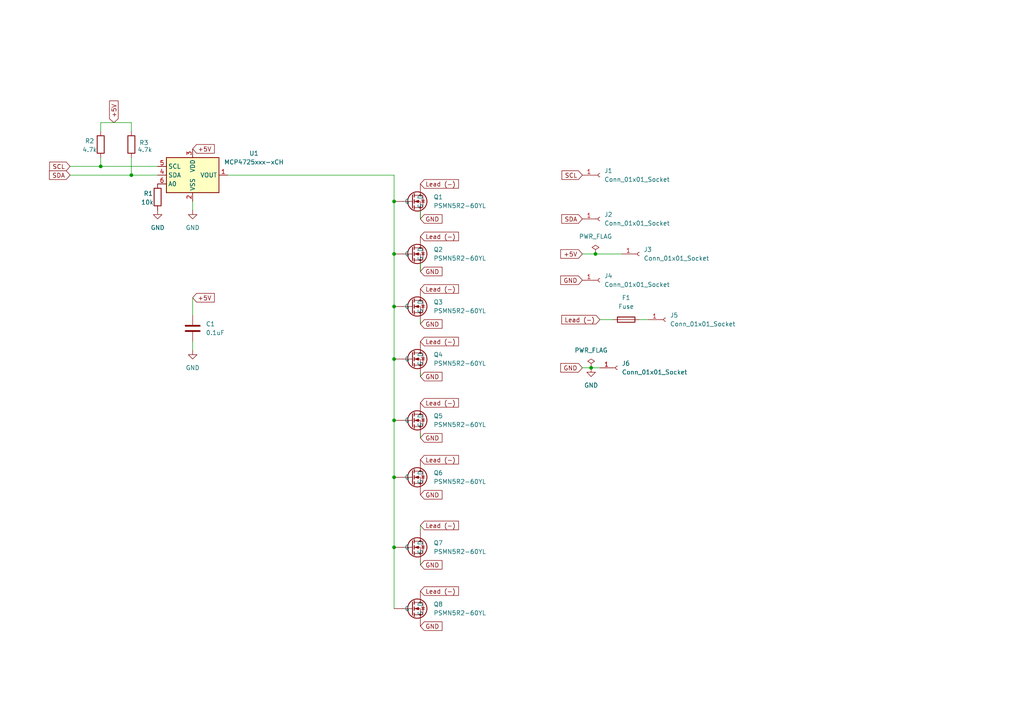
<source format=kicad_sch>
(kicad_sch
	(version 20231120)
	(generator "eeschema")
	(generator_version "8.0")
	(uuid "17784a66-3ca1-4a0e-9a53-4ff6a0d04d78")
	(paper "A4")
	(lib_symbols
		(symbol "Analog_DAC:MCP4725xxx-xCH"
			(exclude_from_sim no)
			(in_bom yes)
			(on_board yes)
			(property "Reference" "U"
				(at -6.35 6.35 0)
				(effects
					(font
						(size 1.27 1.27)
					)
				)
			)
			(property "Value" "MCP4725xxx-xCH"
				(at 8.89 6.35 0)
				(effects
					(font
						(size 1.27 1.27)
					)
				)
			)
			(property "Footprint" "Package_TO_SOT_SMD:SOT-23-6"
				(at 0 -6.35 0)
				(effects
					(font
						(size 1.27 1.27)
					)
					(hide yes)
				)
			)
			(property "Datasheet" "http://ww1.microchip.com/downloads/en/DeviceDoc/22039d.pdf"
				(at 0 0 0)
				(effects
					(font
						(size 1.27 1.27)
					)
					(hide yes)
				)
			)
			(property "Description" "12-bit Digital-to-Analog Converter, integrated EEPROM, I2C interface, SOT-23-6"
				(at 0 0 0)
				(effects
					(font
						(size 1.27 1.27)
					)
					(hide yes)
				)
			)
			(property "ki_keywords" "dac twi"
				(at 0 0 0)
				(effects
					(font
						(size 1.27 1.27)
					)
					(hide yes)
				)
			)
			(property "ki_fp_filters" "SOT?23*"
				(at 0 0 0)
				(effects
					(font
						(size 1.27 1.27)
					)
					(hide yes)
				)
			)
			(symbol "MCP4725xxx-xCH_0_1"
				(rectangle
					(start -7.62 5.08)
					(end 7.62 -5.08)
					(stroke
						(width 0.254)
						(type default)
					)
					(fill
						(type background)
					)
				)
			)
			(symbol "MCP4725xxx-xCH_1_1"
				(pin output line
					(at 10.16 0 180)
					(length 2.54)
					(name "VOUT"
						(effects
							(font
								(size 1.27 1.27)
							)
						)
					)
					(number "1"
						(effects
							(font
								(size 1.27 1.27)
							)
						)
					)
				)
				(pin power_in line
					(at 0 -7.62 90)
					(length 2.54)
					(name "VSS"
						(effects
							(font
								(size 1.27 1.27)
							)
						)
					)
					(number "2"
						(effects
							(font
								(size 1.27 1.27)
							)
						)
					)
				)
				(pin power_in line
					(at 0 7.62 270)
					(length 2.54)
					(name "VDD"
						(effects
							(font
								(size 1.27 1.27)
							)
						)
					)
					(number "3"
						(effects
							(font
								(size 1.27 1.27)
							)
						)
					)
				)
				(pin bidirectional line
					(at -10.16 0 0)
					(length 2.54)
					(name "SDA"
						(effects
							(font
								(size 1.27 1.27)
							)
						)
					)
					(number "4"
						(effects
							(font
								(size 1.27 1.27)
							)
						)
					)
				)
				(pin input line
					(at -10.16 2.54 0)
					(length 2.54)
					(name "SCL"
						(effects
							(font
								(size 1.27 1.27)
							)
						)
					)
					(number "5"
						(effects
							(font
								(size 1.27 1.27)
							)
						)
					)
				)
				(pin input line
					(at -10.16 -2.54 0)
					(length 2.54)
					(name "A0"
						(effects
							(font
								(size 1.27 1.27)
							)
						)
					)
					(number "6"
						(effects
							(font
								(size 1.27 1.27)
							)
						)
					)
				)
			)
		)
		(symbol "Connector:Conn_01x01_Socket"
			(pin_names
				(offset 1.016) hide)
			(exclude_from_sim no)
			(in_bom yes)
			(on_board yes)
			(property "Reference" "J"
				(at 0 2.54 0)
				(effects
					(font
						(size 1.27 1.27)
					)
				)
			)
			(property "Value" "Conn_01x01_Socket"
				(at 0 -2.54 0)
				(effects
					(font
						(size 1.27 1.27)
					)
				)
			)
			(property "Footprint" ""
				(at 0 0 0)
				(effects
					(font
						(size 1.27 1.27)
					)
					(hide yes)
				)
			)
			(property "Datasheet" "~"
				(at 0 0 0)
				(effects
					(font
						(size 1.27 1.27)
					)
					(hide yes)
				)
			)
			(property "Description" "Generic connector, single row, 01x01, script generated"
				(at 0 0 0)
				(effects
					(font
						(size 1.27 1.27)
					)
					(hide yes)
				)
			)
			(property "ki_locked" ""
				(at 0 0 0)
				(effects
					(font
						(size 1.27 1.27)
					)
				)
			)
			(property "ki_keywords" "connector"
				(at 0 0 0)
				(effects
					(font
						(size 1.27 1.27)
					)
					(hide yes)
				)
			)
			(property "ki_fp_filters" "Connector*:*_1x??_*"
				(at 0 0 0)
				(effects
					(font
						(size 1.27 1.27)
					)
					(hide yes)
				)
			)
			(symbol "Conn_01x01_Socket_1_1"
				(polyline
					(pts
						(xy -1.27 0) (xy -0.508 0)
					)
					(stroke
						(width 0.1524)
						(type default)
					)
					(fill
						(type none)
					)
				)
				(arc
					(start 0 0.508)
					(mid -0.5058 0)
					(end 0 -0.508)
					(stroke
						(width 0.1524)
						(type default)
					)
					(fill
						(type none)
					)
				)
				(pin passive line
					(at -5.08 0 0)
					(length 3.81)
					(name "Pin_1"
						(effects
							(font
								(size 1.27 1.27)
							)
						)
					)
					(number "1"
						(effects
							(font
								(size 1.27 1.27)
							)
						)
					)
				)
			)
		)
		(symbol "Device:C"
			(pin_numbers hide)
			(pin_names
				(offset 0.254)
			)
			(exclude_from_sim no)
			(in_bom yes)
			(on_board yes)
			(property "Reference" "C"
				(at 0.635 2.54 0)
				(effects
					(font
						(size 1.27 1.27)
					)
					(justify left)
				)
			)
			(property "Value" "C"
				(at 0.635 -2.54 0)
				(effects
					(font
						(size 1.27 1.27)
					)
					(justify left)
				)
			)
			(property "Footprint" ""
				(at 0.9652 -3.81 0)
				(effects
					(font
						(size 1.27 1.27)
					)
					(hide yes)
				)
			)
			(property "Datasheet" "~"
				(at 0 0 0)
				(effects
					(font
						(size 1.27 1.27)
					)
					(hide yes)
				)
			)
			(property "Description" "Unpolarized capacitor"
				(at 0 0 0)
				(effects
					(font
						(size 1.27 1.27)
					)
					(hide yes)
				)
			)
			(property "ki_keywords" "cap capacitor"
				(at 0 0 0)
				(effects
					(font
						(size 1.27 1.27)
					)
					(hide yes)
				)
			)
			(property "ki_fp_filters" "C_*"
				(at 0 0 0)
				(effects
					(font
						(size 1.27 1.27)
					)
					(hide yes)
				)
			)
			(symbol "C_0_1"
				(polyline
					(pts
						(xy -2.032 -0.762) (xy 2.032 -0.762)
					)
					(stroke
						(width 0.508)
						(type default)
					)
					(fill
						(type none)
					)
				)
				(polyline
					(pts
						(xy -2.032 0.762) (xy 2.032 0.762)
					)
					(stroke
						(width 0.508)
						(type default)
					)
					(fill
						(type none)
					)
				)
			)
			(symbol "C_1_1"
				(pin passive line
					(at 0 3.81 270)
					(length 2.794)
					(name "~"
						(effects
							(font
								(size 1.27 1.27)
							)
						)
					)
					(number "1"
						(effects
							(font
								(size 1.27 1.27)
							)
						)
					)
				)
				(pin passive line
					(at 0 -3.81 90)
					(length 2.794)
					(name "~"
						(effects
							(font
								(size 1.27 1.27)
							)
						)
					)
					(number "2"
						(effects
							(font
								(size 1.27 1.27)
							)
						)
					)
				)
			)
		)
		(symbol "Device:Fuse"
			(pin_numbers hide)
			(pin_names
				(offset 0)
			)
			(exclude_from_sim no)
			(in_bom yes)
			(on_board yes)
			(property "Reference" "F"
				(at 2.032 0 90)
				(effects
					(font
						(size 1.27 1.27)
					)
				)
			)
			(property "Value" "Fuse"
				(at -1.905 0 90)
				(effects
					(font
						(size 1.27 1.27)
					)
				)
			)
			(property "Footprint" ""
				(at -1.778 0 90)
				(effects
					(font
						(size 1.27 1.27)
					)
					(hide yes)
				)
			)
			(property "Datasheet" "~"
				(at 0 0 0)
				(effects
					(font
						(size 1.27 1.27)
					)
					(hide yes)
				)
			)
			(property "Description" "Fuse"
				(at 0 0 0)
				(effects
					(font
						(size 1.27 1.27)
					)
					(hide yes)
				)
			)
			(property "ki_keywords" "fuse"
				(at 0 0 0)
				(effects
					(font
						(size 1.27 1.27)
					)
					(hide yes)
				)
			)
			(property "ki_fp_filters" "*Fuse*"
				(at 0 0 0)
				(effects
					(font
						(size 1.27 1.27)
					)
					(hide yes)
				)
			)
			(symbol "Fuse_0_1"
				(rectangle
					(start -0.762 -2.54)
					(end 0.762 2.54)
					(stroke
						(width 0.254)
						(type default)
					)
					(fill
						(type none)
					)
				)
				(polyline
					(pts
						(xy 0 2.54) (xy 0 -2.54)
					)
					(stroke
						(width 0)
						(type default)
					)
					(fill
						(type none)
					)
				)
			)
			(symbol "Fuse_1_1"
				(pin passive line
					(at 0 3.81 270)
					(length 1.27)
					(name "~"
						(effects
							(font
								(size 1.27 1.27)
							)
						)
					)
					(number "1"
						(effects
							(font
								(size 1.27 1.27)
							)
						)
					)
				)
				(pin passive line
					(at 0 -3.81 90)
					(length 1.27)
					(name "~"
						(effects
							(font
								(size 1.27 1.27)
							)
						)
					)
					(number "2"
						(effects
							(font
								(size 1.27 1.27)
							)
						)
					)
				)
			)
		)
		(symbol "Device:R"
			(pin_numbers hide)
			(pin_names
				(offset 0)
			)
			(exclude_from_sim no)
			(in_bom yes)
			(on_board yes)
			(property "Reference" "R"
				(at 2.032 0 90)
				(effects
					(font
						(size 1.27 1.27)
					)
				)
			)
			(property "Value" "R"
				(at 0 0 90)
				(effects
					(font
						(size 1.27 1.27)
					)
				)
			)
			(property "Footprint" ""
				(at -1.778 0 90)
				(effects
					(font
						(size 1.27 1.27)
					)
					(hide yes)
				)
			)
			(property "Datasheet" "~"
				(at 0 0 0)
				(effects
					(font
						(size 1.27 1.27)
					)
					(hide yes)
				)
			)
			(property "Description" "Resistor"
				(at 0 0 0)
				(effects
					(font
						(size 1.27 1.27)
					)
					(hide yes)
				)
			)
			(property "ki_keywords" "R res resistor"
				(at 0 0 0)
				(effects
					(font
						(size 1.27 1.27)
					)
					(hide yes)
				)
			)
			(property "ki_fp_filters" "R_*"
				(at 0 0 0)
				(effects
					(font
						(size 1.27 1.27)
					)
					(hide yes)
				)
			)
			(symbol "R_0_1"
				(rectangle
					(start -1.016 -2.54)
					(end 1.016 2.54)
					(stroke
						(width 0.254)
						(type default)
					)
					(fill
						(type none)
					)
				)
			)
			(symbol "R_1_1"
				(pin passive line
					(at 0 3.81 270)
					(length 1.27)
					(name "~"
						(effects
							(font
								(size 1.27 1.27)
							)
						)
					)
					(number "1"
						(effects
							(font
								(size 1.27 1.27)
							)
						)
					)
				)
				(pin passive line
					(at 0 -3.81 90)
					(length 1.27)
					(name "~"
						(effects
							(font
								(size 1.27 1.27)
							)
						)
					)
					(number "2"
						(effects
							(font
								(size 1.27 1.27)
							)
						)
					)
				)
			)
		)
		(symbol "PSMN5R2-60YL_1"
			(pin_numbers hide)
			(exclude_from_sim no)
			(in_bom yes)
			(on_board yes)
			(property "Reference" "Q"
				(at 5.715 1.905 0)
				(effects
					(font
						(size 1.27 1.27)
					)
				)
			)
			(property "Value" "PSMN5R2-60YL"
				(at 12.7 0 0)
				(effects
					(font
						(size 1.27 1.27)
					)
				)
			)
			(property "Footprint" "Package_TO_SOT_SMD:LFPAK56"
				(at 5.08 -1.905 0)
				(effects
					(font
						(size 1.27 1.27)
						(italic yes)
					)
					(justify left)
					(hide yes)
				)
			)
			(property "Datasheet" "https://assets.nexperia.com/documents/data-sheet/PSMN5R2-60YL.pdf"
				(at 5.08 -3.81 0)
				(effects
					(font
						(size 1.27 1.27)
					)
					(justify left)
					(hide yes)
				)
			)
			(property "Description" "100A, 60V Vds, N-Channel MOSFET, 5.2mOhm Ron, LFPAK56"
				(at 0 0 0)
				(effects
					(font
						(size 1.27 1.27)
					)
					(hide yes)
				)
			)
			(property "ki_keywords" "N-Channel MOSFET"
				(at 0 0 0)
				(effects
					(font
						(size 1.27 1.27)
					)
					(hide yes)
				)
			)
			(property "ki_fp_filters" "LFPAK56*"
				(at 0 0 0)
				(effects
					(font
						(size 1.27 1.27)
					)
					(hide yes)
				)
			)
			(symbol "PSMN5R2-60YL_1_0_1"
				(polyline
					(pts
						(xy 0.254 0) (xy -2.54 0)
					)
					(stroke
						(width 0)
						(type default)
					)
					(fill
						(type none)
					)
				)
				(polyline
					(pts
						(xy 0.254 1.905) (xy 0.254 -1.905)
					)
					(stroke
						(width 0.254)
						(type default)
					)
					(fill
						(type none)
					)
				)
				(polyline
					(pts
						(xy 0.762 -1.27) (xy 0.762 -2.286)
					)
					(stroke
						(width 0.254)
						(type default)
					)
					(fill
						(type none)
					)
				)
				(polyline
					(pts
						(xy 0.762 0.508) (xy 0.762 -0.508)
					)
					(stroke
						(width 0.254)
						(type default)
					)
					(fill
						(type none)
					)
				)
				(polyline
					(pts
						(xy 0.762 2.286) (xy 0.762 1.27)
					)
					(stroke
						(width 0.254)
						(type default)
					)
					(fill
						(type none)
					)
				)
				(polyline
					(pts
						(xy 2.54 2.54) (xy 2.54 1.778)
					)
					(stroke
						(width 0)
						(type default)
					)
					(fill
						(type none)
					)
				)
				(polyline
					(pts
						(xy 2.54 -2.54) (xy 2.54 0) (xy 0.762 0)
					)
					(stroke
						(width 0)
						(type default)
					)
					(fill
						(type none)
					)
				)
				(polyline
					(pts
						(xy 0.762 -1.778) (xy 3.302 -1.778) (xy 3.302 1.778) (xy 0.762 1.778)
					)
					(stroke
						(width 0)
						(type default)
					)
					(fill
						(type none)
					)
				)
				(polyline
					(pts
						(xy 1.016 0) (xy 2.032 0.381) (xy 2.032 -0.381) (xy 1.016 0)
					)
					(stroke
						(width 0)
						(type default)
					)
					(fill
						(type outline)
					)
				)
				(polyline
					(pts
						(xy 2.794 0.508) (xy 2.921 0.381) (xy 3.683 0.381) (xy 3.81 0.254)
					)
					(stroke
						(width 0)
						(type default)
					)
					(fill
						(type none)
					)
				)
				(polyline
					(pts
						(xy 3.302 0.381) (xy 2.921 -0.254) (xy 3.683 -0.254) (xy 3.302 0.381)
					)
					(stroke
						(width 0)
						(type default)
					)
					(fill
						(type none)
					)
				)
				(circle
					(center 1.651 0)
					(radius 2.794)
					(stroke
						(width 0.254)
						(type default)
					)
					(fill
						(type none)
					)
				)
				(circle
					(center 2.54 -1.778)
					(radius 0.254)
					(stroke
						(width 0)
						(type default)
					)
					(fill
						(type outline)
					)
				)
				(circle
					(center 2.54 1.778)
					(radius 0.254)
					(stroke
						(width 0)
						(type default)
					)
					(fill
						(type outline)
					)
				)
			)
			(symbol "PSMN5R2-60YL_1_1_1"
				(pin passive line
					(at 2.54 -5.08 90)
					(length 2.54)
					(name "S"
						(effects
							(font
								(size 1.27 1.27)
							)
						)
					)
					(number "1"
						(effects
							(font
								(size 1.27 1.27)
							)
						)
					)
				)
				(pin passive line
					(at 2.54 -5.08 90)
					(length 2.54) hide
					(name "S"
						(effects
							(font
								(size 1.27 1.27)
							)
						)
					)
					(number "2"
						(effects
							(font
								(size 1.27 1.27)
							)
						)
					)
				)
				(pin passive line
					(at 2.54 -5.08 90)
					(length 2.54) hide
					(name "S"
						(effects
							(font
								(size 1.27 1.27)
							)
						)
					)
					(number "3"
						(effects
							(font
								(size 1.27 1.27)
							)
						)
					)
				)
				(pin passive line
					(at -5.08 0 0)
					(length 2.54)
					(name "G"
						(effects
							(font
								(size 1.27 1.27)
							)
						)
					)
					(number "4"
						(effects
							(font
								(size 1.27 1.27)
							)
						)
					)
				)
				(pin passive line
					(at 2.54 5.08 270)
					(length 2.54)
					(name "D"
						(effects
							(font
								(size 1.27 1.27)
							)
						)
					)
					(number "5"
						(effects
							(font
								(size 1.27 1.27)
							)
						)
					)
				)
			)
		)
		(symbol "PSMN5R2-60YL_2"
			(pin_numbers hide)
			(exclude_from_sim no)
			(in_bom yes)
			(on_board yes)
			(property "Reference" "Q"
				(at 5.715 1.905 0)
				(effects
					(font
						(size 1.27 1.27)
					)
				)
			)
			(property "Value" "PSMN5R2-60YL"
				(at 12.7 0 0)
				(effects
					(font
						(size 1.27 1.27)
					)
				)
			)
			(property "Footprint" "Package_TO_SOT_SMD:LFPAK56"
				(at 5.08 -1.905 0)
				(effects
					(font
						(size 1.27 1.27)
						(italic yes)
					)
					(justify left)
					(hide yes)
				)
			)
			(property "Datasheet" "https://assets.nexperia.com/documents/data-sheet/PSMN5R2-60YL.pdf"
				(at 5.08 -3.81 0)
				(effects
					(font
						(size 1.27 1.27)
					)
					(justify left)
					(hide yes)
				)
			)
			(property "Description" "100A, 60V Vds, N-Channel MOSFET, 5.2mOhm Ron, LFPAK56"
				(at 0 0 0)
				(effects
					(font
						(size 1.27 1.27)
					)
					(hide yes)
				)
			)
			(property "ki_keywords" "N-Channel MOSFET"
				(at 0 0 0)
				(effects
					(font
						(size 1.27 1.27)
					)
					(hide yes)
				)
			)
			(property "ki_fp_filters" "LFPAK56*"
				(at 0 0 0)
				(effects
					(font
						(size 1.27 1.27)
					)
					(hide yes)
				)
			)
			(symbol "PSMN5R2-60YL_2_0_1"
				(polyline
					(pts
						(xy 0.254 0) (xy -2.54 0)
					)
					(stroke
						(width 0)
						(type default)
					)
					(fill
						(type none)
					)
				)
				(polyline
					(pts
						(xy 0.254 1.905) (xy 0.254 -1.905)
					)
					(stroke
						(width 0.254)
						(type default)
					)
					(fill
						(type none)
					)
				)
				(polyline
					(pts
						(xy 0.762 -1.27) (xy 0.762 -2.286)
					)
					(stroke
						(width 0.254)
						(type default)
					)
					(fill
						(type none)
					)
				)
				(polyline
					(pts
						(xy 0.762 0.508) (xy 0.762 -0.508)
					)
					(stroke
						(width 0.254)
						(type default)
					)
					(fill
						(type none)
					)
				)
				(polyline
					(pts
						(xy 0.762 2.286) (xy 0.762 1.27)
					)
					(stroke
						(width 0.254)
						(type default)
					)
					(fill
						(type none)
					)
				)
				(polyline
					(pts
						(xy 2.54 2.54) (xy 2.54 1.778)
					)
					(stroke
						(width 0)
						(type default)
					)
					(fill
						(type none)
					)
				)
				(polyline
					(pts
						(xy 2.54 -2.54) (xy 2.54 0) (xy 0.762 0)
					)
					(stroke
						(width 0)
						(type default)
					)
					(fill
						(type none)
					)
				)
				(polyline
					(pts
						(xy 0.762 -1.778) (xy 3.302 -1.778) (xy 3.302 1.778) (xy 0.762 1.778)
					)
					(stroke
						(width 0)
						(type default)
					)
					(fill
						(type none)
					)
				)
				(polyline
					(pts
						(xy 1.016 0) (xy 2.032 0.381) (xy 2.032 -0.381) (xy 1.016 0)
					)
					(stroke
						(width 0)
						(type default)
					)
					(fill
						(type outline)
					)
				)
				(polyline
					(pts
						(xy 2.794 0.508) (xy 2.921 0.381) (xy 3.683 0.381) (xy 3.81 0.254)
					)
					(stroke
						(width 0)
						(type default)
					)
					(fill
						(type none)
					)
				)
				(polyline
					(pts
						(xy 3.302 0.381) (xy 2.921 -0.254) (xy 3.683 -0.254) (xy 3.302 0.381)
					)
					(stroke
						(width 0)
						(type default)
					)
					(fill
						(type none)
					)
				)
				(circle
					(center 1.651 0)
					(radius 2.794)
					(stroke
						(width 0.254)
						(type default)
					)
					(fill
						(type none)
					)
				)
				(circle
					(center 2.54 -1.778)
					(radius 0.254)
					(stroke
						(width 0)
						(type default)
					)
					(fill
						(type outline)
					)
				)
				(circle
					(center 2.54 1.778)
					(radius 0.254)
					(stroke
						(width 0)
						(type default)
					)
					(fill
						(type outline)
					)
				)
			)
			(symbol "PSMN5R2-60YL_2_1_1"
				(pin passive line
					(at 2.54 -5.08 90)
					(length 2.54)
					(name "S"
						(effects
							(font
								(size 1.27 1.27)
							)
						)
					)
					(number "1"
						(effects
							(font
								(size 1.27 1.27)
							)
						)
					)
				)
				(pin passive line
					(at 2.54 -5.08 90)
					(length 2.54) hide
					(name "S"
						(effects
							(font
								(size 1.27 1.27)
							)
						)
					)
					(number "2"
						(effects
							(font
								(size 1.27 1.27)
							)
						)
					)
				)
				(pin passive line
					(at 2.54 -5.08 90)
					(length 2.54) hide
					(name "S"
						(effects
							(font
								(size 1.27 1.27)
							)
						)
					)
					(number "3"
						(effects
							(font
								(size 1.27 1.27)
							)
						)
					)
				)
				(pin passive line
					(at -5.08 0 0)
					(length 2.54)
					(name "G"
						(effects
							(font
								(size 1.27 1.27)
							)
						)
					)
					(number "4"
						(effects
							(font
								(size 1.27 1.27)
							)
						)
					)
				)
				(pin passive line
					(at 2.54 5.08 270)
					(length 2.54)
					(name "D"
						(effects
							(font
								(size 1.27 1.27)
							)
						)
					)
					(number "5"
						(effects
							(font
								(size 1.27 1.27)
							)
						)
					)
				)
			)
		)
		(symbol "PSMN5R2-60YL_3"
			(pin_numbers hide)
			(exclude_from_sim no)
			(in_bom yes)
			(on_board yes)
			(property "Reference" "Q"
				(at 5.715 1.905 0)
				(effects
					(font
						(size 1.27 1.27)
					)
				)
			)
			(property "Value" "PSMN5R2-60YL"
				(at 12.7 0 0)
				(effects
					(font
						(size 1.27 1.27)
					)
				)
			)
			(property "Footprint" "Package_TO_SOT_SMD:LFPAK56"
				(at 5.08 -1.905 0)
				(effects
					(font
						(size 1.27 1.27)
						(italic yes)
					)
					(justify left)
					(hide yes)
				)
			)
			(property "Datasheet" "https://assets.nexperia.com/documents/data-sheet/PSMN5R2-60YL.pdf"
				(at 5.08 -3.81 0)
				(effects
					(font
						(size 1.27 1.27)
					)
					(justify left)
					(hide yes)
				)
			)
			(property "Description" "100A, 60V Vds, N-Channel MOSFET, 5.2mOhm Ron, LFPAK56"
				(at 0 0 0)
				(effects
					(font
						(size 1.27 1.27)
					)
					(hide yes)
				)
			)
			(property "ki_keywords" "N-Channel MOSFET"
				(at 0 0 0)
				(effects
					(font
						(size 1.27 1.27)
					)
					(hide yes)
				)
			)
			(property "ki_fp_filters" "LFPAK56*"
				(at 0 0 0)
				(effects
					(font
						(size 1.27 1.27)
					)
					(hide yes)
				)
			)
			(symbol "PSMN5R2-60YL_3_0_1"
				(polyline
					(pts
						(xy 0.254 0) (xy -2.54 0)
					)
					(stroke
						(width 0)
						(type default)
					)
					(fill
						(type none)
					)
				)
				(polyline
					(pts
						(xy 0.254 1.905) (xy 0.254 -1.905)
					)
					(stroke
						(width 0.254)
						(type default)
					)
					(fill
						(type none)
					)
				)
				(polyline
					(pts
						(xy 0.762 -1.27) (xy 0.762 -2.286)
					)
					(stroke
						(width 0.254)
						(type default)
					)
					(fill
						(type none)
					)
				)
				(polyline
					(pts
						(xy 0.762 0.508) (xy 0.762 -0.508)
					)
					(stroke
						(width 0.254)
						(type default)
					)
					(fill
						(type none)
					)
				)
				(polyline
					(pts
						(xy 0.762 2.286) (xy 0.762 1.27)
					)
					(stroke
						(width 0.254)
						(type default)
					)
					(fill
						(type none)
					)
				)
				(polyline
					(pts
						(xy 2.54 2.54) (xy 2.54 1.778)
					)
					(stroke
						(width 0)
						(type default)
					)
					(fill
						(type none)
					)
				)
				(polyline
					(pts
						(xy 2.54 -2.54) (xy 2.54 0) (xy 0.762 0)
					)
					(stroke
						(width 0)
						(type default)
					)
					(fill
						(type none)
					)
				)
				(polyline
					(pts
						(xy 0.762 -1.778) (xy 3.302 -1.778) (xy 3.302 1.778) (xy 0.762 1.778)
					)
					(stroke
						(width 0)
						(type default)
					)
					(fill
						(type none)
					)
				)
				(polyline
					(pts
						(xy 1.016 0) (xy 2.032 0.381) (xy 2.032 -0.381) (xy 1.016 0)
					)
					(stroke
						(width 0)
						(type default)
					)
					(fill
						(type outline)
					)
				)
				(polyline
					(pts
						(xy 2.794 0.508) (xy 2.921 0.381) (xy 3.683 0.381) (xy 3.81 0.254)
					)
					(stroke
						(width 0)
						(type default)
					)
					(fill
						(type none)
					)
				)
				(polyline
					(pts
						(xy 3.302 0.381) (xy 2.921 -0.254) (xy 3.683 -0.254) (xy 3.302 0.381)
					)
					(stroke
						(width 0)
						(type default)
					)
					(fill
						(type none)
					)
				)
				(circle
					(center 1.651 0)
					(radius 2.794)
					(stroke
						(width 0.254)
						(type default)
					)
					(fill
						(type none)
					)
				)
				(circle
					(center 2.54 -1.778)
					(radius 0.254)
					(stroke
						(width 0)
						(type default)
					)
					(fill
						(type outline)
					)
				)
				(circle
					(center 2.54 1.778)
					(radius 0.254)
					(stroke
						(width 0)
						(type default)
					)
					(fill
						(type outline)
					)
				)
			)
			(symbol "PSMN5R2-60YL_3_1_1"
				(pin passive line
					(at 2.54 -5.08 90)
					(length 2.54)
					(name "S"
						(effects
							(font
								(size 1.27 1.27)
							)
						)
					)
					(number "1"
						(effects
							(font
								(size 1.27 1.27)
							)
						)
					)
				)
				(pin passive line
					(at 2.54 -5.08 90)
					(length 2.54) hide
					(name "S"
						(effects
							(font
								(size 1.27 1.27)
							)
						)
					)
					(number "2"
						(effects
							(font
								(size 1.27 1.27)
							)
						)
					)
				)
				(pin passive line
					(at 2.54 -5.08 90)
					(length 2.54) hide
					(name "S"
						(effects
							(font
								(size 1.27 1.27)
							)
						)
					)
					(number "3"
						(effects
							(font
								(size 1.27 1.27)
							)
						)
					)
				)
				(pin passive line
					(at -5.08 0 0)
					(length 2.54)
					(name "G"
						(effects
							(font
								(size 1.27 1.27)
							)
						)
					)
					(number "4"
						(effects
							(font
								(size 1.27 1.27)
							)
						)
					)
				)
				(pin passive line
					(at 2.54 5.08 270)
					(length 2.54)
					(name "D"
						(effects
							(font
								(size 1.27 1.27)
							)
						)
					)
					(number "5"
						(effects
							(font
								(size 1.27 1.27)
							)
						)
					)
				)
			)
		)
		(symbol "PSMN5R2-60YL_5"
			(pin_numbers hide)
			(exclude_from_sim no)
			(in_bom yes)
			(on_board yes)
			(property "Reference" "Q"
				(at 5.715 1.905 0)
				(effects
					(font
						(size 1.27 1.27)
					)
				)
			)
			(property "Value" "PSMN5R2-60YL"
				(at 12.7 0 0)
				(effects
					(font
						(size 1.27 1.27)
					)
				)
			)
			(property "Footprint" "Package_TO_SOT_SMD:LFPAK56"
				(at 5.08 -1.905 0)
				(effects
					(font
						(size 1.27 1.27)
						(italic yes)
					)
					(justify left)
					(hide yes)
				)
			)
			(property "Datasheet" "https://assets.nexperia.com/documents/data-sheet/PSMN5R2-60YL.pdf"
				(at 5.08 -3.81 0)
				(effects
					(font
						(size 1.27 1.27)
					)
					(justify left)
					(hide yes)
				)
			)
			(property "Description" "100A, 60V Vds, N-Channel MOSFET, 5.2mOhm Ron, LFPAK56"
				(at 0 0 0)
				(effects
					(font
						(size 1.27 1.27)
					)
					(hide yes)
				)
			)
			(property "ki_keywords" "N-Channel MOSFET"
				(at 0 0 0)
				(effects
					(font
						(size 1.27 1.27)
					)
					(hide yes)
				)
			)
			(property "ki_fp_filters" "LFPAK56*"
				(at 0 0 0)
				(effects
					(font
						(size 1.27 1.27)
					)
					(hide yes)
				)
			)
			(symbol "PSMN5R2-60YL_5_0_1"
				(polyline
					(pts
						(xy 0.254 0) (xy -2.54 0)
					)
					(stroke
						(width 0)
						(type default)
					)
					(fill
						(type none)
					)
				)
				(polyline
					(pts
						(xy 0.254 1.905) (xy 0.254 -1.905)
					)
					(stroke
						(width 0.254)
						(type default)
					)
					(fill
						(type none)
					)
				)
				(polyline
					(pts
						(xy 0.762 -1.27) (xy 0.762 -2.286)
					)
					(stroke
						(width 0.254)
						(type default)
					)
					(fill
						(type none)
					)
				)
				(polyline
					(pts
						(xy 0.762 0.508) (xy 0.762 -0.508)
					)
					(stroke
						(width 0.254)
						(type default)
					)
					(fill
						(type none)
					)
				)
				(polyline
					(pts
						(xy 0.762 2.286) (xy 0.762 1.27)
					)
					(stroke
						(width 0.254)
						(type default)
					)
					(fill
						(type none)
					)
				)
				(polyline
					(pts
						(xy 2.54 2.54) (xy 2.54 1.778)
					)
					(stroke
						(width 0)
						(type default)
					)
					(fill
						(type none)
					)
				)
				(polyline
					(pts
						(xy 2.54 -2.54) (xy 2.54 0) (xy 0.762 0)
					)
					(stroke
						(width 0)
						(type default)
					)
					(fill
						(type none)
					)
				)
				(polyline
					(pts
						(xy 0.762 -1.778) (xy 3.302 -1.778) (xy 3.302 1.778) (xy 0.762 1.778)
					)
					(stroke
						(width 0)
						(type default)
					)
					(fill
						(type none)
					)
				)
				(polyline
					(pts
						(xy 1.016 0) (xy 2.032 0.381) (xy 2.032 -0.381) (xy 1.016 0)
					)
					(stroke
						(width 0)
						(type default)
					)
					(fill
						(type outline)
					)
				)
				(polyline
					(pts
						(xy 2.794 0.508) (xy 2.921 0.381) (xy 3.683 0.381) (xy 3.81 0.254)
					)
					(stroke
						(width 0)
						(type default)
					)
					(fill
						(type none)
					)
				)
				(polyline
					(pts
						(xy 3.302 0.381) (xy 2.921 -0.254) (xy 3.683 -0.254) (xy 3.302 0.381)
					)
					(stroke
						(width 0)
						(type default)
					)
					(fill
						(type none)
					)
				)
				(circle
					(center 1.651 0)
					(radius 2.794)
					(stroke
						(width 0.254)
						(type default)
					)
					(fill
						(type none)
					)
				)
				(circle
					(center 2.54 -1.778)
					(radius 0.254)
					(stroke
						(width 0)
						(type default)
					)
					(fill
						(type outline)
					)
				)
				(circle
					(center 2.54 1.778)
					(radius 0.254)
					(stroke
						(width 0)
						(type default)
					)
					(fill
						(type outline)
					)
				)
			)
			(symbol "PSMN5R2-60YL_5_1_1"
				(pin passive line
					(at 2.54 -5.08 90)
					(length 2.54)
					(name "S"
						(effects
							(font
								(size 1.27 1.27)
							)
						)
					)
					(number "1"
						(effects
							(font
								(size 1.27 1.27)
							)
						)
					)
				)
				(pin passive line
					(at 2.54 -5.08 90)
					(length 2.54) hide
					(name "S"
						(effects
							(font
								(size 1.27 1.27)
							)
						)
					)
					(number "2"
						(effects
							(font
								(size 1.27 1.27)
							)
						)
					)
				)
				(pin passive line
					(at 2.54 -5.08 90)
					(length 2.54) hide
					(name "S"
						(effects
							(font
								(size 1.27 1.27)
							)
						)
					)
					(number "3"
						(effects
							(font
								(size 1.27 1.27)
							)
						)
					)
				)
				(pin passive line
					(at -5.08 0 0)
					(length 2.54)
					(name "G"
						(effects
							(font
								(size 1.27 1.27)
							)
						)
					)
					(number "4"
						(effects
							(font
								(size 1.27 1.27)
							)
						)
					)
				)
				(pin passive line
					(at 2.54 5.08 270)
					(length 2.54)
					(name "D"
						(effects
							(font
								(size 1.27 1.27)
							)
						)
					)
					(number "5"
						(effects
							(font
								(size 1.27 1.27)
							)
						)
					)
				)
			)
		)
		(symbol "PSMN5R2-60YL_6"
			(pin_numbers hide)
			(exclude_from_sim no)
			(in_bom yes)
			(on_board yes)
			(property "Reference" "Q"
				(at 5.715 1.905 0)
				(effects
					(font
						(size 1.27 1.27)
					)
				)
			)
			(property "Value" "PSMN5R2-60YL"
				(at 12.7 0 0)
				(effects
					(font
						(size 1.27 1.27)
					)
				)
			)
			(property "Footprint" "Package_TO_SOT_SMD:LFPAK56"
				(at 5.08 -1.905 0)
				(effects
					(font
						(size 1.27 1.27)
						(italic yes)
					)
					(justify left)
					(hide yes)
				)
			)
			(property "Datasheet" "https://assets.nexperia.com/documents/data-sheet/PSMN5R2-60YL.pdf"
				(at 5.08 -3.81 0)
				(effects
					(font
						(size 1.27 1.27)
					)
					(justify left)
					(hide yes)
				)
			)
			(property "Description" "100A, 60V Vds, N-Channel MOSFET, 5.2mOhm Ron, LFPAK56"
				(at 0 0 0)
				(effects
					(font
						(size 1.27 1.27)
					)
					(hide yes)
				)
			)
			(property "ki_keywords" "N-Channel MOSFET"
				(at 0 0 0)
				(effects
					(font
						(size 1.27 1.27)
					)
					(hide yes)
				)
			)
			(property "ki_fp_filters" "LFPAK56*"
				(at 0 0 0)
				(effects
					(font
						(size 1.27 1.27)
					)
					(hide yes)
				)
			)
			(symbol "PSMN5R2-60YL_6_0_1"
				(polyline
					(pts
						(xy 0.254 0) (xy -2.54 0)
					)
					(stroke
						(width 0)
						(type default)
					)
					(fill
						(type none)
					)
				)
				(polyline
					(pts
						(xy 0.254 1.905) (xy 0.254 -1.905)
					)
					(stroke
						(width 0.254)
						(type default)
					)
					(fill
						(type none)
					)
				)
				(polyline
					(pts
						(xy 0.762 -1.27) (xy 0.762 -2.286)
					)
					(stroke
						(width 0.254)
						(type default)
					)
					(fill
						(type none)
					)
				)
				(polyline
					(pts
						(xy 0.762 0.508) (xy 0.762 -0.508)
					)
					(stroke
						(width 0.254)
						(type default)
					)
					(fill
						(type none)
					)
				)
				(polyline
					(pts
						(xy 0.762 2.286) (xy 0.762 1.27)
					)
					(stroke
						(width 0.254)
						(type default)
					)
					(fill
						(type none)
					)
				)
				(polyline
					(pts
						(xy 2.54 2.54) (xy 2.54 1.778)
					)
					(stroke
						(width 0)
						(type default)
					)
					(fill
						(type none)
					)
				)
				(polyline
					(pts
						(xy 2.54 -2.54) (xy 2.54 0) (xy 0.762 0)
					)
					(stroke
						(width 0)
						(type default)
					)
					(fill
						(type none)
					)
				)
				(polyline
					(pts
						(xy 0.762 -1.778) (xy 3.302 -1.778) (xy 3.302 1.778) (xy 0.762 1.778)
					)
					(stroke
						(width 0)
						(type default)
					)
					(fill
						(type none)
					)
				)
				(polyline
					(pts
						(xy 1.016 0) (xy 2.032 0.381) (xy 2.032 -0.381) (xy 1.016 0)
					)
					(stroke
						(width 0)
						(type default)
					)
					(fill
						(type outline)
					)
				)
				(polyline
					(pts
						(xy 2.794 0.508) (xy 2.921 0.381) (xy 3.683 0.381) (xy 3.81 0.254)
					)
					(stroke
						(width 0)
						(type default)
					)
					(fill
						(type none)
					)
				)
				(polyline
					(pts
						(xy 3.302 0.381) (xy 2.921 -0.254) (xy 3.683 -0.254) (xy 3.302 0.381)
					)
					(stroke
						(width 0)
						(type default)
					)
					(fill
						(type none)
					)
				)
				(circle
					(center 1.651 0)
					(radius 2.794)
					(stroke
						(width 0.254)
						(type default)
					)
					(fill
						(type none)
					)
				)
				(circle
					(center 2.54 -1.778)
					(radius 0.254)
					(stroke
						(width 0)
						(type default)
					)
					(fill
						(type outline)
					)
				)
				(circle
					(center 2.54 1.778)
					(radius 0.254)
					(stroke
						(width 0)
						(type default)
					)
					(fill
						(type outline)
					)
				)
			)
			(symbol "PSMN5R2-60YL_6_1_1"
				(pin passive line
					(at 2.54 -5.08 90)
					(length 2.54)
					(name "S"
						(effects
							(font
								(size 1.27 1.27)
							)
						)
					)
					(number "1"
						(effects
							(font
								(size 1.27 1.27)
							)
						)
					)
				)
				(pin passive line
					(at 2.54 -5.08 90)
					(length 2.54) hide
					(name "S"
						(effects
							(font
								(size 1.27 1.27)
							)
						)
					)
					(number "2"
						(effects
							(font
								(size 1.27 1.27)
							)
						)
					)
				)
				(pin passive line
					(at 2.54 -5.08 90)
					(length 2.54) hide
					(name "S"
						(effects
							(font
								(size 1.27 1.27)
							)
						)
					)
					(number "3"
						(effects
							(font
								(size 1.27 1.27)
							)
						)
					)
				)
				(pin passive line
					(at -5.08 0 0)
					(length 2.54)
					(name "G"
						(effects
							(font
								(size 1.27 1.27)
							)
						)
					)
					(number "4"
						(effects
							(font
								(size 1.27 1.27)
							)
						)
					)
				)
				(pin passive line
					(at 2.54 5.08 270)
					(length 2.54)
					(name "D"
						(effects
							(font
								(size 1.27 1.27)
							)
						)
					)
					(number "5"
						(effects
							(font
								(size 1.27 1.27)
							)
						)
					)
				)
			)
		)
		(symbol "PSMN5R2-60YL_7"
			(pin_numbers hide)
			(exclude_from_sim no)
			(in_bom yes)
			(on_board yes)
			(property "Reference" "Q"
				(at 5.715 1.905 0)
				(effects
					(font
						(size 1.27 1.27)
					)
				)
			)
			(property "Value" "PSMN5R2-60YL"
				(at 12.7 0 0)
				(effects
					(font
						(size 1.27 1.27)
					)
				)
			)
			(property "Footprint" "Package_TO_SOT_SMD:LFPAK56"
				(at 5.08 -1.905 0)
				(effects
					(font
						(size 1.27 1.27)
						(italic yes)
					)
					(justify left)
					(hide yes)
				)
			)
			(property "Datasheet" "https://assets.nexperia.com/documents/data-sheet/PSMN5R2-60YL.pdf"
				(at 5.08 -3.81 0)
				(effects
					(font
						(size 1.27 1.27)
					)
					(justify left)
					(hide yes)
				)
			)
			(property "Description" "100A, 60V Vds, N-Channel MOSFET, 5.2mOhm Ron, LFPAK56"
				(at 0 0 0)
				(effects
					(font
						(size 1.27 1.27)
					)
					(hide yes)
				)
			)
			(property "ki_keywords" "N-Channel MOSFET"
				(at 0 0 0)
				(effects
					(font
						(size 1.27 1.27)
					)
					(hide yes)
				)
			)
			(property "ki_fp_filters" "LFPAK56*"
				(at 0 0 0)
				(effects
					(font
						(size 1.27 1.27)
					)
					(hide yes)
				)
			)
			(symbol "PSMN5R2-60YL_7_0_1"
				(polyline
					(pts
						(xy 0.254 0) (xy -2.54 0)
					)
					(stroke
						(width 0)
						(type default)
					)
					(fill
						(type none)
					)
				)
				(polyline
					(pts
						(xy 0.254 1.905) (xy 0.254 -1.905)
					)
					(stroke
						(width 0.254)
						(type default)
					)
					(fill
						(type none)
					)
				)
				(polyline
					(pts
						(xy 0.762 -1.27) (xy 0.762 -2.286)
					)
					(stroke
						(width 0.254)
						(type default)
					)
					(fill
						(type none)
					)
				)
				(polyline
					(pts
						(xy 0.762 0.508) (xy 0.762 -0.508)
					)
					(stroke
						(width 0.254)
						(type default)
					)
					(fill
						(type none)
					)
				)
				(polyline
					(pts
						(xy 0.762 2.286) (xy 0.762 1.27)
					)
					(stroke
						(width 0.254)
						(type default)
					)
					(fill
						(type none)
					)
				)
				(polyline
					(pts
						(xy 2.54 2.54) (xy 2.54 1.778)
					)
					(stroke
						(width 0)
						(type default)
					)
					(fill
						(type none)
					)
				)
				(polyline
					(pts
						(xy 2.54 -2.54) (xy 2.54 0) (xy 0.762 0)
					)
					(stroke
						(width 0)
						(type default)
					)
					(fill
						(type none)
					)
				)
				(polyline
					(pts
						(xy 0.762 -1.778) (xy 3.302 -1.778) (xy 3.302 1.778) (xy 0.762 1.778)
					)
					(stroke
						(width 0)
						(type default)
					)
					(fill
						(type none)
					)
				)
				(polyline
					(pts
						(xy 1.016 0) (xy 2.032 0.381) (xy 2.032 -0.381) (xy 1.016 0)
					)
					(stroke
						(width 0)
						(type default)
					)
					(fill
						(type outline)
					)
				)
				(polyline
					(pts
						(xy 2.794 0.508) (xy 2.921 0.381) (xy 3.683 0.381) (xy 3.81 0.254)
					)
					(stroke
						(width 0)
						(type default)
					)
					(fill
						(type none)
					)
				)
				(polyline
					(pts
						(xy 3.302 0.381) (xy 2.921 -0.254) (xy 3.683 -0.254) (xy 3.302 0.381)
					)
					(stroke
						(width 0)
						(type default)
					)
					(fill
						(type none)
					)
				)
				(circle
					(center 1.651 0)
					(radius 2.794)
					(stroke
						(width 0.254)
						(type default)
					)
					(fill
						(type none)
					)
				)
				(circle
					(center 2.54 -1.778)
					(radius 0.254)
					(stroke
						(width 0)
						(type default)
					)
					(fill
						(type outline)
					)
				)
				(circle
					(center 2.54 1.778)
					(radius 0.254)
					(stroke
						(width 0)
						(type default)
					)
					(fill
						(type outline)
					)
				)
			)
			(symbol "PSMN5R2-60YL_7_1_1"
				(pin passive line
					(at 2.54 -5.08 90)
					(length 2.54)
					(name "S"
						(effects
							(font
								(size 1.27 1.27)
							)
						)
					)
					(number "1"
						(effects
							(font
								(size 1.27 1.27)
							)
						)
					)
				)
				(pin passive line
					(at 2.54 -5.08 90)
					(length 2.54) hide
					(name "S"
						(effects
							(font
								(size 1.27 1.27)
							)
						)
					)
					(number "2"
						(effects
							(font
								(size 1.27 1.27)
							)
						)
					)
				)
				(pin passive line
					(at 2.54 -5.08 90)
					(length 2.54) hide
					(name "S"
						(effects
							(font
								(size 1.27 1.27)
							)
						)
					)
					(number "3"
						(effects
							(font
								(size 1.27 1.27)
							)
						)
					)
				)
				(pin passive line
					(at -5.08 0 0)
					(length 2.54)
					(name "G"
						(effects
							(font
								(size 1.27 1.27)
							)
						)
					)
					(number "4"
						(effects
							(font
								(size 1.27 1.27)
							)
						)
					)
				)
				(pin passive line
					(at 2.54 5.08 270)
					(length 2.54)
					(name "D"
						(effects
							(font
								(size 1.27 1.27)
							)
						)
					)
					(number "5"
						(effects
							(font
								(size 1.27 1.27)
							)
						)
					)
				)
			)
		)
		(symbol "Transistor_FET:PSMN5R2-60YL"
			(pin_numbers hide)
			(exclude_from_sim no)
			(in_bom yes)
			(on_board yes)
			(property "Reference" "Q"
				(at 5.715 1.905 0)
				(effects
					(font
						(size 1.27 1.27)
					)
				)
			)
			(property "Value" "PSMN5R2-60YL"
				(at 12.7 0 0)
				(effects
					(font
						(size 1.27 1.27)
					)
				)
			)
			(property "Footprint" "Package_TO_SOT_SMD:LFPAK56"
				(at 5.08 -1.905 0)
				(effects
					(font
						(size 1.27 1.27)
						(italic yes)
					)
					(justify left)
					(hide yes)
				)
			)
			(property "Datasheet" "https://assets.nexperia.com/documents/data-sheet/PSMN5R2-60YL.pdf"
				(at 5.08 -3.81 0)
				(effects
					(font
						(size 1.27 1.27)
					)
					(justify left)
					(hide yes)
				)
			)
			(property "Description" "100A, 60V Vds, N-Channel MOSFET, 5.2mOhm Ron, LFPAK56"
				(at 0 0 0)
				(effects
					(font
						(size 1.27 1.27)
					)
					(hide yes)
				)
			)
			(property "ki_keywords" "N-Channel MOSFET"
				(at 0 0 0)
				(effects
					(font
						(size 1.27 1.27)
					)
					(hide yes)
				)
			)
			(property "ki_fp_filters" "LFPAK56*"
				(at 0 0 0)
				(effects
					(font
						(size 1.27 1.27)
					)
					(hide yes)
				)
			)
			(symbol "PSMN5R2-60YL_0_1"
				(polyline
					(pts
						(xy 0.254 0) (xy -2.54 0)
					)
					(stroke
						(width 0)
						(type default)
					)
					(fill
						(type none)
					)
				)
				(polyline
					(pts
						(xy 0.254 1.905) (xy 0.254 -1.905)
					)
					(stroke
						(width 0.254)
						(type default)
					)
					(fill
						(type none)
					)
				)
				(polyline
					(pts
						(xy 0.762 -1.27) (xy 0.762 -2.286)
					)
					(stroke
						(width 0.254)
						(type default)
					)
					(fill
						(type none)
					)
				)
				(polyline
					(pts
						(xy 0.762 0.508) (xy 0.762 -0.508)
					)
					(stroke
						(width 0.254)
						(type default)
					)
					(fill
						(type none)
					)
				)
				(polyline
					(pts
						(xy 0.762 2.286) (xy 0.762 1.27)
					)
					(stroke
						(width 0.254)
						(type default)
					)
					(fill
						(type none)
					)
				)
				(polyline
					(pts
						(xy 2.54 2.54) (xy 2.54 1.778)
					)
					(stroke
						(width 0)
						(type default)
					)
					(fill
						(type none)
					)
				)
				(polyline
					(pts
						(xy 2.54 -2.54) (xy 2.54 0) (xy 0.762 0)
					)
					(stroke
						(width 0)
						(type default)
					)
					(fill
						(type none)
					)
				)
				(polyline
					(pts
						(xy 0.762 -1.778) (xy 3.302 -1.778) (xy 3.302 1.778) (xy 0.762 1.778)
					)
					(stroke
						(width 0)
						(type default)
					)
					(fill
						(type none)
					)
				)
				(polyline
					(pts
						(xy 1.016 0) (xy 2.032 0.381) (xy 2.032 -0.381) (xy 1.016 0)
					)
					(stroke
						(width 0)
						(type default)
					)
					(fill
						(type outline)
					)
				)
				(polyline
					(pts
						(xy 2.794 0.508) (xy 2.921 0.381) (xy 3.683 0.381) (xy 3.81 0.254)
					)
					(stroke
						(width 0)
						(type default)
					)
					(fill
						(type none)
					)
				)
				(polyline
					(pts
						(xy 3.302 0.381) (xy 2.921 -0.254) (xy 3.683 -0.254) (xy 3.302 0.381)
					)
					(stroke
						(width 0)
						(type default)
					)
					(fill
						(type none)
					)
				)
				(circle
					(center 1.651 0)
					(radius 2.794)
					(stroke
						(width 0.254)
						(type default)
					)
					(fill
						(type none)
					)
				)
				(circle
					(center 2.54 -1.778)
					(radius 0.254)
					(stroke
						(width 0)
						(type default)
					)
					(fill
						(type outline)
					)
				)
				(circle
					(center 2.54 1.778)
					(radius 0.254)
					(stroke
						(width 0)
						(type default)
					)
					(fill
						(type outline)
					)
				)
			)
			(symbol "PSMN5R2-60YL_1_1"
				(pin passive line
					(at 2.54 -5.08 90)
					(length 2.54)
					(name "S"
						(effects
							(font
								(size 1.27 1.27)
							)
						)
					)
					(number "1"
						(effects
							(font
								(size 1.27 1.27)
							)
						)
					)
				)
				(pin passive line
					(at 2.54 -5.08 90)
					(length 2.54) hide
					(name "S"
						(effects
							(font
								(size 1.27 1.27)
							)
						)
					)
					(number "2"
						(effects
							(font
								(size 1.27 1.27)
							)
						)
					)
				)
				(pin passive line
					(at 2.54 -5.08 90)
					(length 2.54) hide
					(name "S"
						(effects
							(font
								(size 1.27 1.27)
							)
						)
					)
					(number "3"
						(effects
							(font
								(size 1.27 1.27)
							)
						)
					)
				)
				(pin passive line
					(at -5.08 0 0)
					(length 2.54)
					(name "G"
						(effects
							(font
								(size 1.27 1.27)
							)
						)
					)
					(number "4"
						(effects
							(font
								(size 1.27 1.27)
							)
						)
					)
				)
				(pin passive line
					(at 2.54 5.08 270)
					(length 2.54)
					(name "D"
						(effects
							(font
								(size 1.27 1.27)
							)
						)
					)
					(number "5"
						(effects
							(font
								(size 1.27 1.27)
							)
						)
					)
				)
			)
		)
		(symbol "power:GND"
			(power)
			(pin_numbers hide)
			(pin_names
				(offset 0) hide)
			(exclude_from_sim no)
			(in_bom yes)
			(on_board yes)
			(property "Reference" "#PWR"
				(at 0 -6.35 0)
				(effects
					(font
						(size 1.27 1.27)
					)
					(hide yes)
				)
			)
			(property "Value" "GND"
				(at 0 -3.81 0)
				(effects
					(font
						(size 1.27 1.27)
					)
				)
			)
			(property "Footprint" ""
				(at 0 0 0)
				(effects
					(font
						(size 1.27 1.27)
					)
					(hide yes)
				)
			)
			(property "Datasheet" ""
				(at 0 0 0)
				(effects
					(font
						(size 1.27 1.27)
					)
					(hide yes)
				)
			)
			(property "Description" "Power symbol creates a global label with name \"GND\" , ground"
				(at 0 0 0)
				(effects
					(font
						(size 1.27 1.27)
					)
					(hide yes)
				)
			)
			(property "ki_keywords" "global power"
				(at 0 0 0)
				(effects
					(font
						(size 1.27 1.27)
					)
					(hide yes)
				)
			)
			(symbol "GND_0_1"
				(polyline
					(pts
						(xy 0 0) (xy 0 -1.27) (xy 1.27 -1.27) (xy 0 -2.54) (xy -1.27 -1.27) (xy 0 -1.27)
					)
					(stroke
						(width 0)
						(type default)
					)
					(fill
						(type none)
					)
				)
			)
			(symbol "GND_1_1"
				(pin power_in line
					(at 0 0 270)
					(length 0)
					(name "~"
						(effects
							(font
								(size 1.27 1.27)
							)
						)
					)
					(number "1"
						(effects
							(font
								(size 1.27 1.27)
							)
						)
					)
				)
			)
		)
		(symbol "power:PWR_FLAG"
			(power)
			(pin_numbers hide)
			(pin_names
				(offset 0) hide)
			(exclude_from_sim no)
			(in_bom yes)
			(on_board yes)
			(property "Reference" "#FLG"
				(at 0 1.905 0)
				(effects
					(font
						(size 1.27 1.27)
					)
					(hide yes)
				)
			)
			(property "Value" "PWR_FLAG"
				(at 0 3.81 0)
				(effects
					(font
						(size 1.27 1.27)
					)
				)
			)
			(property "Footprint" ""
				(at 0 0 0)
				(effects
					(font
						(size 1.27 1.27)
					)
					(hide yes)
				)
			)
			(property "Datasheet" "~"
				(at 0 0 0)
				(effects
					(font
						(size 1.27 1.27)
					)
					(hide yes)
				)
			)
			(property "Description" "Special symbol for telling ERC where power comes from"
				(at 0 0 0)
				(effects
					(font
						(size 1.27 1.27)
					)
					(hide yes)
				)
			)
			(property "ki_keywords" "flag power"
				(at 0 0 0)
				(effects
					(font
						(size 1.27 1.27)
					)
					(hide yes)
				)
			)
			(symbol "PWR_FLAG_0_0"
				(pin power_out line
					(at 0 0 90)
					(length 0)
					(name "~"
						(effects
							(font
								(size 1.27 1.27)
							)
						)
					)
					(number "1"
						(effects
							(font
								(size 1.27 1.27)
							)
						)
					)
				)
			)
			(symbol "PWR_FLAG_0_1"
				(polyline
					(pts
						(xy 0 0) (xy 0 1.27) (xy -1.016 1.905) (xy 0 2.54) (xy 1.016 1.905) (xy 0 1.27)
					)
					(stroke
						(width 0)
						(type default)
					)
					(fill
						(type none)
					)
				)
			)
		)
	)
	(junction
		(at 114.3 121.92)
		(diameter 0)
		(color 0 0 0 0)
		(uuid "0efe5cc4-8b0b-4373-a8a4-4d4df291170a")
	)
	(junction
		(at 171.45 106.68)
		(diameter 0)
		(color 0 0 0 0)
		(uuid "59733ef0-2086-456d-bdaf-5fb98359ee10")
	)
	(junction
		(at 172.72 73.66)
		(diameter 0)
		(color 0 0 0 0)
		(uuid "6c19506a-c448-43d7-b697-fe5c4092321f")
	)
	(junction
		(at 114.3 104.14)
		(diameter 0)
		(color 0 0 0 0)
		(uuid "70de2d54-4fba-4376-8962-9fc6da2049cf")
	)
	(junction
		(at 114.3 158.75)
		(diameter 0)
		(color 0 0 0 0)
		(uuid "7cedb74b-91bd-4104-bca9-9dc1b3f60991")
	)
	(junction
		(at 114.3 73.66)
		(diameter 0)
		(color 0 0 0 0)
		(uuid "a71726da-91fe-46f9-bfeb-0499c6974c5a")
	)
	(junction
		(at 38.1 50.8)
		(diameter 0)
		(color 0 0 0 0)
		(uuid "c4f5dd39-ab3e-43c6-be1c-0293a0c0ebdd")
	)
	(junction
		(at 114.3 88.9)
		(diameter 0)
		(color 0 0 0 0)
		(uuid "e21b1f04-6a8a-432d-8ca6-204707c96872")
	)
	(junction
		(at 114.3 58.42)
		(diameter 0)
		(color 0 0 0 0)
		(uuid "e3299caf-db1a-4398-b301-1ea6ddd0c3ac")
	)
	(junction
		(at 29.21 48.26)
		(diameter 0)
		(color 0 0 0 0)
		(uuid "eaeb2085-1200-437e-8618-f1de9e2ecee0")
	)
	(junction
		(at 114.3 138.43)
		(diameter 0)
		(color 0 0 0 0)
		(uuid "fefbfb84-0bb6-437f-938c-5472e1f48756")
	)
	(wire
		(pts
			(xy 168.91 106.68) (xy 171.45 106.68)
		)
		(stroke
			(width 0)
			(type default)
		)
		(uuid "0e7b756d-1a25-417f-9339-34ae1ba683d5")
	)
	(wire
		(pts
			(xy 55.88 86.36) (xy 55.88 91.44)
		)
		(stroke
			(width 0)
			(type default)
		)
		(uuid "0f6ccbf5-029a-4ecc-80f7-0637c7cc53d2")
	)
	(wire
		(pts
			(xy 55.88 99.06) (xy 55.88 101.6)
		)
		(stroke
			(width 0)
			(type default)
		)
		(uuid "15677659-6da7-4b0f-a02d-9172a1937c4a")
	)
	(wire
		(pts
			(xy 20.32 48.26) (xy 29.21 48.26)
		)
		(stroke
			(width 0)
			(type default)
		)
		(uuid "1c4971fd-73ea-4a7a-83fb-11d8366974bf")
	)
	(wire
		(pts
			(xy 121.92 125.73) (xy 121.92 127)
		)
		(stroke
			(width 0)
			(type default)
		)
		(uuid "1c7aab95-b84b-46a4-a6ec-abc6201b834f")
	)
	(wire
		(pts
			(xy 114.3 104.14) (xy 114.3 121.92)
		)
		(stroke
			(width 0)
			(type default)
		)
		(uuid "1f75b3fc-169f-4a26-ba18-8e1e4d7ef110")
	)
	(wire
		(pts
			(xy 121.92 162.56) (xy 121.92 163.83)
		)
		(stroke
			(width 0)
			(type default)
		)
		(uuid "26899699-2d47-49fd-a1a9-335b6ba92074")
	)
	(wire
		(pts
			(xy 114.3 50.8) (xy 114.3 58.42)
		)
		(stroke
			(width 0)
			(type default)
		)
		(uuid "301d21b7-ca0a-422c-a104-e6b59c4426a4")
	)
	(wire
		(pts
			(xy 114.3 121.92) (xy 114.3 138.43)
		)
		(stroke
			(width 0)
			(type default)
		)
		(uuid "3280dbe5-74dc-4282-bc83-b636dee41283")
	)
	(wire
		(pts
			(xy 185.42 92.71) (xy 187.96 92.71)
		)
		(stroke
			(width 0)
			(type default)
		)
		(uuid "35d6d84a-a7fe-4039-a8c4-0ec3d04ca82d")
	)
	(wire
		(pts
			(xy 168.91 73.66) (xy 172.72 73.66)
		)
		(stroke
			(width 0)
			(type default)
		)
		(uuid "409ff2ed-bfc0-4529-baaa-3a0f75a06197")
	)
	(wire
		(pts
			(xy 114.3 88.9) (xy 114.3 104.14)
		)
		(stroke
			(width 0)
			(type default)
		)
		(uuid "4645487b-b740-4736-b526-dc0b20e1a4f4")
	)
	(wire
		(pts
			(xy 177.8 92.71) (xy 173.99 92.71)
		)
		(stroke
			(width 0)
			(type default)
		)
		(uuid "54d5a601-a119-45ce-bd2b-f9e242a5e959")
	)
	(wire
		(pts
			(xy 114.3 158.75) (xy 114.3 176.53)
		)
		(stroke
			(width 0)
			(type default)
		)
		(uuid "55637ad0-5d22-4f2d-90c9-bf31ef926a47")
	)
	(wire
		(pts
			(xy 114.3 58.42) (xy 114.3 73.66)
		)
		(stroke
			(width 0)
			(type default)
		)
		(uuid "56763b95-9892-4a96-9143-7b3dbb9a80f0")
	)
	(wire
		(pts
			(xy 114.3 138.43) (xy 114.3 158.75)
		)
		(stroke
			(width 0)
			(type default)
		)
		(uuid "5dbe741e-ad29-4e3e-a04e-7ae13e74d0ae")
	)
	(wire
		(pts
			(xy 29.21 45.72) (xy 29.21 48.26)
		)
		(stroke
			(width 0)
			(type default)
		)
		(uuid "617d6735-510e-416a-bf3a-8341c4e6da27")
	)
	(wire
		(pts
			(xy 171.45 106.68) (xy 173.99 106.68)
		)
		(stroke
			(width 0)
			(type default)
		)
		(uuid "61bbb9b4-8ac2-4f36-9166-61af8e99ceeb")
	)
	(wire
		(pts
			(xy 121.92 60.96) (xy 121.92 63.5)
		)
		(stroke
			(width 0)
			(type default)
		)
		(uuid "648a0eee-434d-4704-8165-db9d89d1d949")
	)
	(wire
		(pts
			(xy 114.3 73.66) (xy 114.3 88.9)
		)
		(stroke
			(width 0)
			(type default)
		)
		(uuid "68a9bc74-fc18-40fd-b4fc-fa8761b3168d")
	)
	(wire
		(pts
			(xy 20.32 50.8) (xy 38.1 50.8)
		)
		(stroke
			(width 0)
			(type default)
		)
		(uuid "703a4ec1-596c-46a0-aaf5-b4df8d7eb369")
	)
	(wire
		(pts
			(xy 29.21 48.26) (xy 45.72 48.26)
		)
		(stroke
			(width 0)
			(type default)
		)
		(uuid "7372391d-d233-4717-bd92-48f80dc085e4")
	)
	(wire
		(pts
			(xy 121.92 76.2) (xy 121.92 78.74)
		)
		(stroke
			(width 0)
			(type default)
		)
		(uuid "78871e77-eebc-46fc-9ecb-ed8654961796")
	)
	(wire
		(pts
			(xy 121.92 107.95) (xy 121.92 109.22)
		)
		(stroke
			(width 0)
			(type default)
		)
		(uuid "7f9ecea6-2628-4c05-94e1-38abcaf3707d")
	)
	(wire
		(pts
			(xy 38.1 50.8) (xy 45.72 50.8)
		)
		(stroke
			(width 0)
			(type default)
		)
		(uuid "8589745e-694c-486f-858b-90a1dd1561f6")
	)
	(wire
		(pts
			(xy 29.21 35.56) (xy 38.1 35.56)
		)
		(stroke
			(width 0)
			(type default)
		)
		(uuid "9bbd14d6-7a93-4676-b4d7-f5340b849458")
	)
	(wire
		(pts
			(xy 29.21 38.1) (xy 29.21 35.56)
		)
		(stroke
			(width 0)
			(type default)
		)
		(uuid "ac927dd8-a375-4841-ab80-397e3be62086")
	)
	(wire
		(pts
			(xy 66.04 50.8) (xy 114.3 50.8)
		)
		(stroke
			(width 0)
			(type default)
		)
		(uuid "b212591a-3baf-4ad9-a7e8-67c14596fbb5")
	)
	(wire
		(pts
			(xy 172.72 73.66) (xy 180.34 73.66)
		)
		(stroke
			(width 0)
			(type default)
		)
		(uuid "b5a56dd8-6294-4c33-b099-2adeafd53cb4")
	)
	(wire
		(pts
			(xy 38.1 35.56) (xy 38.1 38.1)
		)
		(stroke
			(width 0)
			(type default)
		)
		(uuid "cb8a45ac-00ba-49d9-9fe7-138df7acf35e")
	)
	(wire
		(pts
			(xy 55.88 60.96) (xy 55.88 58.42)
		)
		(stroke
			(width 0)
			(type default)
		)
		(uuid "e4568062-ee00-457e-b649-01ff67f94d09")
	)
	(wire
		(pts
			(xy 38.1 45.72) (xy 38.1 50.8)
		)
		(stroke
			(width 0)
			(type default)
		)
		(uuid "ef2852dd-a5f9-4b33-b5b1-4b231d81323f")
	)
	(wire
		(pts
			(xy 121.92 92.71) (xy 121.92 93.98)
		)
		(stroke
			(width 0)
			(type default)
		)
		(uuid "f1163501-55f1-4c80-afe9-6de7c9f7b757")
	)
	(wire
		(pts
			(xy 121.92 153.67) (xy 121.92 152.4)
		)
		(stroke
			(width 0)
			(type default)
		)
		(uuid "ff296f6b-a53e-459a-b0a8-b3763104439b")
	)
	(global_label "GND"
		(shape input)
		(at 121.92 63.5 0)
		(fields_autoplaced yes)
		(effects
			(font
				(size 1.27 1.27)
			)
			(justify left)
		)
		(uuid "02399b60-15f7-4e14-ac0b-ad9d25747ed4")
		(property "Intersheetrefs" "${INTERSHEET_REFS}"
			(at 128.7757 63.5 0)
			(effects
				(font
					(size 1.27 1.27)
				)
				(justify left)
				(hide yes)
			)
		)
	)
	(global_label "Lead (-)"
		(shape input)
		(at 121.92 99.06 0)
		(fields_autoplaced yes)
		(effects
			(font
				(size 1.27 1.27)
			)
			(justify left)
		)
		(uuid "05e50ac0-b3b2-4b9a-be10-401fe4eeb92f")
		(property "Intersheetrefs" "${INTERSHEET_REFS}"
			(at 133.5533 99.06 0)
			(effects
				(font
					(size 1.27 1.27)
				)
				(justify left)
				(hide yes)
			)
		)
	)
	(global_label "GND"
		(shape input)
		(at 168.91 81.28 180)
		(fields_autoplaced yes)
		(effects
			(font
				(size 1.27 1.27)
			)
			(justify right)
		)
		(uuid "07f17edd-8619-4a08-b49e-90128bfb03bb")
		(property "Intersheetrefs" "${INTERSHEET_REFS}"
			(at 162.0543 81.28 0)
			(effects
				(font
					(size 1.27 1.27)
				)
				(justify right)
				(hide yes)
			)
		)
	)
	(global_label "GND"
		(shape input)
		(at 121.92 109.22 0)
		(fields_autoplaced yes)
		(effects
			(font
				(size 1.27 1.27)
			)
			(justify left)
		)
		(uuid "0a299548-93c8-4571-83d7-33608a266ad5")
		(property "Intersheetrefs" "${INTERSHEET_REFS}"
			(at 128.7757 109.22 0)
			(effects
				(font
					(size 1.27 1.27)
				)
				(justify left)
				(hide yes)
			)
		)
	)
	(global_label "SDA"
		(shape input)
		(at 168.91 63.5 180)
		(fields_autoplaced yes)
		(effects
			(font
				(size 1.27 1.27)
			)
			(justify right)
		)
		(uuid "0c3af2a7-263b-43cd-8226-2399c2cc1d1b")
		(property "Intersheetrefs" "${INTERSHEET_REFS}"
			(at 162.3567 63.5 0)
			(effects
				(font
					(size 1.27 1.27)
				)
				(justify right)
				(hide yes)
			)
		)
	)
	(global_label "Lead (-)"
		(shape input)
		(at 173.99 92.71 180)
		(fields_autoplaced yes)
		(effects
			(font
				(size 1.27 1.27)
			)
			(justify right)
		)
		(uuid "0f2823a7-d287-4d88-8730-d029349793cc")
		(property "Intersheetrefs" "${INTERSHEET_REFS}"
			(at 162.3567 92.71 0)
			(effects
				(font
					(size 1.27 1.27)
				)
				(justify right)
				(hide yes)
			)
		)
	)
	(global_label "Lead (-)"
		(shape input)
		(at 121.92 83.82 0)
		(fields_autoplaced yes)
		(effects
			(font
				(size 1.27 1.27)
			)
			(justify left)
		)
		(uuid "1060b723-b3b1-4957-82a0-14f0e8b716f8")
		(property "Intersheetrefs" "${INTERSHEET_REFS}"
			(at 133.5533 83.82 0)
			(effects
				(font
					(size 1.27 1.27)
				)
				(justify left)
				(hide yes)
			)
		)
	)
	(global_label "Lead (-)"
		(shape input)
		(at 121.92 116.84 0)
		(fields_autoplaced yes)
		(effects
			(font
				(size 1.27 1.27)
			)
			(justify left)
		)
		(uuid "17aaad0d-baa4-4023-b363-e0b704c63066")
		(property "Intersheetrefs" "${INTERSHEET_REFS}"
			(at 133.5533 116.84 0)
			(effects
				(font
					(size 1.27 1.27)
				)
				(justify left)
				(hide yes)
			)
		)
	)
	(global_label "GND"
		(shape input)
		(at 121.92 127 0)
		(fields_autoplaced yes)
		(effects
			(font
				(size 1.27 1.27)
			)
			(justify left)
		)
		(uuid "249d6844-494d-464c-bb18-c1b7507b4f54")
		(property "Intersheetrefs" "${INTERSHEET_REFS}"
			(at 128.7757 127 0)
			(effects
				(font
					(size 1.27 1.27)
				)
				(justify left)
				(hide yes)
			)
		)
	)
	(global_label "Lead (-)"
		(shape input)
		(at 121.92 152.4 0)
		(fields_autoplaced yes)
		(effects
			(font
				(size 1.27 1.27)
			)
			(justify left)
		)
		(uuid "26208ee5-4f48-4ae3-a109-33e47b1182e3")
		(property "Intersheetrefs" "${INTERSHEET_REFS}"
			(at 133.5533 152.4 0)
			(effects
				(font
					(size 1.27 1.27)
				)
				(justify left)
				(hide yes)
			)
		)
	)
	(global_label "Lead (-)"
		(shape input)
		(at 121.92 133.35 0)
		(fields_autoplaced yes)
		(effects
			(font
				(size 1.27 1.27)
			)
			(justify left)
		)
		(uuid "3a34b23e-0ff2-4404-8218-92bf34bf339a")
		(property "Intersheetrefs" "${INTERSHEET_REFS}"
			(at 133.5533 133.35 0)
			(effects
				(font
					(size 1.27 1.27)
				)
				(justify left)
				(hide yes)
			)
		)
	)
	(global_label "Lead (-)"
		(shape input)
		(at 121.92 68.58 0)
		(fields_autoplaced yes)
		(effects
			(font
				(size 1.27 1.27)
			)
			(justify left)
		)
		(uuid "3ceb6b0f-e2c3-4b0c-b6ca-f3347a39420b")
		(property "Intersheetrefs" "${INTERSHEET_REFS}"
			(at 133.5533 68.58 0)
			(effects
				(font
					(size 1.27 1.27)
				)
				(justify left)
				(hide yes)
			)
		)
	)
	(global_label "GND"
		(shape input)
		(at 168.91 106.68 180)
		(fields_autoplaced yes)
		(effects
			(font
				(size 1.27 1.27)
			)
			(justify right)
		)
		(uuid "44403a5a-5782-4b17-82e1-b3cde8476925")
		(property "Intersheetrefs" "${INTERSHEET_REFS}"
			(at 162.0543 106.68 0)
			(effects
				(font
					(size 1.27 1.27)
				)
				(justify right)
				(hide yes)
			)
		)
	)
	(global_label "+5V"
		(shape input)
		(at 55.88 86.36 0)
		(fields_autoplaced yes)
		(effects
			(font
				(size 1.27 1.27)
			)
			(justify left)
		)
		(uuid "45ebbd5c-56fe-4df0-89c8-8f37c71ea910")
		(property "Intersheetrefs" "${INTERSHEET_REFS}"
			(at 62.7357 86.36 0)
			(effects
				(font
					(size 1.27 1.27)
				)
				(justify left)
				(hide yes)
			)
		)
	)
	(global_label "SCL"
		(shape input)
		(at 20.32 48.26 180)
		(fields_autoplaced yes)
		(effects
			(font
				(size 1.27 1.27)
			)
			(justify right)
		)
		(uuid "4765f890-7852-40b3-a210-0c1418b4c821")
		(property "Intersheetrefs" "${INTERSHEET_REFS}"
			(at 13.8272 48.26 0)
			(effects
				(font
					(size 1.27 1.27)
				)
				(justify right)
				(hide yes)
			)
		)
	)
	(global_label "GND"
		(shape input)
		(at 121.92 163.83 0)
		(fields_autoplaced yes)
		(effects
			(font
				(size 1.27 1.27)
			)
			(justify left)
		)
		(uuid "81a11e33-39d1-4097-b4a4-58fad70c66ca")
		(property "Intersheetrefs" "${INTERSHEET_REFS}"
			(at 128.7757 163.83 0)
			(effects
				(font
					(size 1.27 1.27)
				)
				(justify left)
				(hide yes)
			)
		)
	)
	(global_label "+5V"
		(shape input)
		(at 168.91 73.66 180)
		(fields_autoplaced yes)
		(effects
			(font
				(size 1.27 1.27)
			)
			(justify right)
		)
		(uuid "90b14e5e-e8f9-4e13-b263-8f3acd964257")
		(property "Intersheetrefs" "${INTERSHEET_REFS}"
			(at 162.0543 73.66 0)
			(effects
				(font
					(size 1.27 1.27)
				)
				(justify right)
				(hide yes)
			)
		)
	)
	(global_label "SDA"
		(shape input)
		(at 20.32 50.8 180)
		(fields_autoplaced yes)
		(effects
			(font
				(size 1.27 1.27)
			)
			(justify right)
		)
		(uuid "b3502d90-a3e2-4aca-b025-2f01e1d1c4be")
		(property "Intersheetrefs" "${INTERSHEET_REFS}"
			(at 13.7667 50.8 0)
			(effects
				(font
					(size 1.27 1.27)
				)
				(justify right)
				(hide yes)
			)
		)
	)
	(global_label "GND"
		(shape input)
		(at 121.92 143.51 0)
		(fields_autoplaced yes)
		(effects
			(font
				(size 1.27 1.27)
			)
			(justify left)
		)
		(uuid "ba4dcb58-a20b-48a6-9168-42481f121a20")
		(property "Intersheetrefs" "${INTERSHEET_REFS}"
			(at 128.7757 143.51 0)
			(effects
				(font
					(size 1.27 1.27)
				)
				(justify left)
				(hide yes)
			)
		)
	)
	(global_label "+5V"
		(shape input)
		(at 33.02 35.56 90)
		(fields_autoplaced yes)
		(effects
			(font
				(size 1.27 1.27)
			)
			(justify left)
		)
		(uuid "c1d168b6-52a8-4b65-9f77-edcd1bc2ecf8")
		(property "Intersheetrefs" "${INTERSHEET_REFS}"
			(at 33.02 28.7043 90)
			(effects
				(font
					(size 1.27 1.27)
				)
				(justify left)
				(hide yes)
			)
		)
	)
	(global_label "GND"
		(shape input)
		(at 121.92 181.61 0)
		(fields_autoplaced yes)
		(effects
			(font
				(size 1.27 1.27)
			)
			(justify left)
		)
		(uuid "d1543be0-eef9-4a4b-9b73-9b97c305ce39")
		(property "Intersheetrefs" "${INTERSHEET_REFS}"
			(at 128.7757 181.61 0)
			(effects
				(font
					(size 1.27 1.27)
				)
				(justify left)
				(hide yes)
			)
		)
	)
	(global_label "Lead (-)"
		(shape input)
		(at 121.92 53.34 0)
		(fields_autoplaced yes)
		(effects
			(font
				(size 1.27 1.27)
			)
			(justify left)
		)
		(uuid "d670872b-abcd-4c75-97d5-781f1295a445")
		(property "Intersheetrefs" "${INTERSHEET_REFS}"
			(at 133.5533 53.34 0)
			(effects
				(font
					(size 1.27 1.27)
				)
				(justify left)
				(hide yes)
			)
		)
	)
	(global_label "Lead (-)"
		(shape input)
		(at 121.92 171.45 0)
		(fields_autoplaced yes)
		(effects
			(font
				(size 1.27 1.27)
			)
			(justify left)
		)
		(uuid "de44f557-edc9-47df-8dc3-6d69c3294571")
		(property "Intersheetrefs" "${INTERSHEET_REFS}"
			(at 133.5533 171.45 0)
			(effects
				(font
					(size 1.27 1.27)
				)
				(justify left)
				(hide yes)
			)
		)
	)
	(global_label "SCL"
		(shape input)
		(at 168.91 50.8 180)
		(fields_autoplaced yes)
		(effects
			(font
				(size 1.27 1.27)
			)
			(justify right)
		)
		(uuid "ed3331aa-3130-4f29-8f68-c214bbf7983e")
		(property "Intersheetrefs" "${INTERSHEET_REFS}"
			(at 162.4172 50.8 0)
			(effects
				(font
					(size 1.27 1.27)
				)
				(justify right)
				(hide yes)
			)
		)
	)
	(global_label "GND"
		(shape input)
		(at 121.92 93.98 0)
		(fields_autoplaced yes)
		(effects
			(font
				(size 1.27 1.27)
			)
			(justify left)
		)
		(uuid "f3f578f0-e75e-40b4-bc02-70a1d9da1e9f")
		(property "Intersheetrefs" "${INTERSHEET_REFS}"
			(at 128.7757 93.98 0)
			(effects
				(font
					(size 1.27 1.27)
				)
				(justify left)
				(hide yes)
			)
		)
	)
	(global_label "GND"
		(shape input)
		(at 121.92 78.74 0)
		(fields_autoplaced yes)
		(effects
			(font
				(size 1.27 1.27)
			)
			(justify left)
		)
		(uuid "f83519af-e7fc-46f9-b32d-d1d64b8ceb43")
		(property "Intersheetrefs" "${INTERSHEET_REFS}"
			(at 128.7757 78.74 0)
			(effects
				(font
					(size 1.27 1.27)
				)
				(justify left)
				(hide yes)
			)
		)
	)
	(global_label "+5V"
		(shape input)
		(at 55.88 43.18 0)
		(fields_autoplaced yes)
		(effects
			(font
				(size 1.27 1.27)
			)
			(justify left)
		)
		(uuid "fb60a088-ca74-4c89-9e46-0c8eb37a9b4c")
		(property "Intersheetrefs" "${INTERSHEET_REFS}"
			(at 62.7357 43.18 0)
			(effects
				(font
					(size 1.27 1.27)
				)
				(justify left)
				(hide yes)
			)
		)
	)
	(symbol
		(lib_name "PSMN5R2-60YL_5")
		(lib_id "Transistor_FET:PSMN5R2-60YL")
		(at 119.38 121.92 0)
		(unit 1)
		(exclude_from_sim no)
		(in_bom yes)
		(on_board yes)
		(dnp no)
		(fields_autoplaced yes)
		(uuid "0650aaf1-e3dc-4b1a-8408-3fc78115bed3")
		(property "Reference" "Q5"
			(at 125.73 120.6499 0)
			(effects
				(font
					(size 1.27 1.27)
				)
				(justify left)
			)
		)
		(property "Value" "PSMN5R2-60YL"
			(at 125.73 123.1899 0)
			(effects
				(font
					(size 1.27 1.27)
				)
				(justify left)
			)
		)
		(property "Footprint" "Package_TO_SOT_SMD:LFPAK56"
			(at 124.46 123.825 0)
			(effects
				(font
					(size 1.27 1.27)
					(italic yes)
				)
				(justify left)
				(hide yes)
			)
		)
		(property "Datasheet" "https://assets.nexperia.com/documents/data-sheet/PSMN5R2-60YL.pdf"
			(at 124.46 125.73 0)
			(effects
				(font
					(size 1.27 1.27)
				)
				(justify left)
				(hide yes)
			)
		)
		(property "Description" "100A, 60V Vds, N-Channel MOSFET, 5.2mOhm Ron, LFPAK56"
			(at 119.38 121.92 0)
			(effects
				(font
					(size 1.27 1.27)
				)
				(hide yes)
			)
		)
		(pin "5"
			(uuid "59f9c1b8-ae4e-4e87-aef4-fdb0e5c16de0")
		)
		(pin "2"
			(uuid "e9f96f09-e300-4477-a813-f021b00c7330")
		)
		(pin "4"
			(uuid "3b034b33-6818-42be-8e02-b2f7f2d2b335")
		)
		(pin "1"
			(uuid "d323c13e-fbdb-4201-b738-739c39d88c5d")
		)
		(pin "3"
			(uuid "bcd6c44a-8946-4e79-8f79-89c1ecb57ec0")
		)
		(instances
			(project "eve PCB Project"
				(path "/17784a66-3ca1-4a0e-9a53-4ff6a0d04d78"
					(reference "Q5")
					(unit 1)
				)
			)
		)
	)
	(symbol
		(lib_id "power:PWR_FLAG")
		(at 172.72 73.66 0)
		(unit 1)
		(exclude_from_sim no)
		(in_bom yes)
		(on_board yes)
		(dnp no)
		(fields_autoplaced yes)
		(uuid "12bde98f-9102-4a08-8beb-3816d2ec3322")
		(property "Reference" "#FLG01"
			(at 172.72 71.755 0)
			(effects
				(font
					(size 1.27 1.27)
				)
				(hide yes)
			)
		)
		(property "Value" "PWR_FLAG"
			(at 172.72 68.58 0)
			(effects
				(font
					(size 1.27 1.27)
				)
			)
		)
		(property "Footprint" ""
			(at 172.72 73.66 0)
			(effects
				(font
					(size 1.27 1.27)
				)
				(hide yes)
			)
		)
		(property "Datasheet" "~"
			(at 172.72 73.66 0)
			(effects
				(font
					(size 1.27 1.27)
				)
				(hide yes)
			)
		)
		(property "Description" "Special symbol for telling ERC where power comes from"
			(at 172.72 73.66 0)
			(effects
				(font
					(size 1.27 1.27)
				)
				(hide yes)
			)
		)
		(pin "1"
			(uuid "d3e0e069-6126-4ec3-8338-58a5402d2149")
		)
		(instances
			(project "eve PCB Project"
				(path "/17784a66-3ca1-4a0e-9a53-4ff6a0d04d78"
					(reference "#FLG01")
					(unit 1)
				)
			)
		)
	)
	(symbol
		(lib_id "Connector:Conn_01x01_Socket")
		(at 179.07 106.68 0)
		(unit 1)
		(exclude_from_sim no)
		(in_bom yes)
		(on_board yes)
		(dnp no)
		(fields_autoplaced yes)
		(uuid "1bd8bb8a-8310-4713-81db-32ea49251e87")
		(property "Reference" "J6"
			(at 180.34 105.4099 0)
			(effects
				(font
					(size 1.27 1.27)
				)
				(justify left)
			)
		)
		(property "Value" "Conn_01x01_Socket"
			(at 180.34 107.9499 0)
			(effects
				(font
					(size 1.27 1.27)
				)
				(justify left)
			)
		)
		(property "Footprint" "Connector_Wire:SolderWire-2.5sqmm_1x01_D2.4mm_OD3.6mm"
			(at 179.07 106.68 0)
			(effects
				(font
					(size 1.27 1.27)
				)
				(hide yes)
			)
		)
		(property "Datasheet" "~"
			(at 179.07 106.68 0)
			(effects
				(font
					(size 1.27 1.27)
				)
				(hide yes)
			)
		)
		(property "Description" "Generic connector, single row, 01x01, script generated"
			(at 179.07 106.68 0)
			(effects
				(font
					(size 1.27 1.27)
				)
				(hide yes)
			)
		)
		(pin "1"
			(uuid "2e601f21-e4e2-4476-a3eb-5bf21943c97d")
		)
		(instances
			(project "eve PCB Project"
				(path "/17784a66-3ca1-4a0e-9a53-4ff6a0d04d78"
					(reference "J6")
					(unit 1)
				)
			)
		)
	)
	(symbol
		(lib_name "PSMN5R2-60YL_6")
		(lib_id "Transistor_FET:PSMN5R2-60YL")
		(at 119.38 138.43 0)
		(unit 1)
		(exclude_from_sim no)
		(in_bom yes)
		(on_board yes)
		(dnp no)
		(fields_autoplaced yes)
		(uuid "1f265fe7-859a-494f-82d1-caa31d4ee9f6")
		(property "Reference" "Q6"
			(at 125.73 137.1599 0)
			(effects
				(font
					(size 1.27 1.27)
				)
				(justify left)
			)
		)
		(property "Value" "PSMN5R2-60YL"
			(at 125.73 139.6999 0)
			(effects
				(font
					(size 1.27 1.27)
				)
				(justify left)
			)
		)
		(property "Footprint" "Package_TO_SOT_SMD:LFPAK56"
			(at 124.46 140.335 0)
			(effects
				(font
					(size 1.27 1.27)
					(italic yes)
				)
				(justify left)
				(hide yes)
			)
		)
		(property "Datasheet" "https://assets.nexperia.com/documents/data-sheet/PSMN5R2-60YL.pdf"
			(at 124.46 142.24 0)
			(effects
				(font
					(size 1.27 1.27)
				)
				(justify left)
				(hide yes)
			)
		)
		(property "Description" "100A, 60V Vds, N-Channel MOSFET, 5.2mOhm Ron, LFPAK56"
			(at 119.38 138.43 0)
			(effects
				(font
					(size 1.27 1.27)
				)
				(hide yes)
			)
		)
		(pin "2"
			(uuid "2c676618-7e3f-4a40-a6b4-153fae222aed")
		)
		(pin "4"
			(uuid "45795b37-24b5-403f-be90-1d6f74de3b2a")
		)
		(pin "3"
			(uuid "c7de8bd0-988e-48d7-aa2c-587c2bfbbfe2")
		)
		(pin "1"
			(uuid "68efdb8c-f920-45c4-9a23-be9390ad4869")
		)
		(pin "5"
			(uuid "5d845719-1e6f-4e63-aa51-2f4d16e89e0c")
		)
		(instances
			(project "eve PCB Project"
				(path "/17784a66-3ca1-4a0e-9a53-4ff6a0d04d78"
					(reference "Q6")
					(unit 1)
				)
			)
		)
	)
	(symbol
		(lib_id "Device:R")
		(at 29.21 41.91 0)
		(unit 1)
		(exclude_from_sim no)
		(in_bom yes)
		(on_board yes)
		(dnp no)
		(uuid "2fe941f4-3628-49ed-a686-381cd3a2e814")
		(property "Reference" "R2"
			(at 24.638 40.894 0)
			(effects
				(font
					(size 1.27 1.27)
				)
				(justify left)
			)
		)
		(property "Value" "4.7k"
			(at 23.876 43.434 0)
			(effects
				(font
					(size 1.27 1.27)
				)
				(justify left)
			)
		)
		(property "Footprint" "Resistor_SMD:R_0805_2012Metric_Pad1.20x1.40mm_HandSolder"
			(at 27.432 41.91 90)
			(effects
				(font
					(size 1.27 1.27)
				)
				(hide yes)
			)
		)
		(property "Datasheet" "~"
			(at 29.21 41.91 0)
			(effects
				(font
					(size 1.27 1.27)
				)
				(hide yes)
			)
		)
		(property "Description" "Resistor"
			(at 29.21 41.91 0)
			(effects
				(font
					(size 1.27 1.27)
				)
				(hide yes)
			)
		)
		(pin "1"
			(uuid "1414fdfd-72c0-48ba-a44a-68e5e8681286")
		)
		(pin "2"
			(uuid "2ad6c6ac-df37-4cc5-a899-6edc752f6605")
		)
		(instances
			(project "eve PCB Project"
				(path "/17784a66-3ca1-4a0e-9a53-4ff6a0d04d78"
					(reference "R2")
					(unit 1)
				)
			)
		)
	)
	(symbol
		(lib_id "Connector:Conn_01x01_Socket")
		(at 193.04 92.71 0)
		(unit 1)
		(exclude_from_sim no)
		(in_bom yes)
		(on_board yes)
		(dnp no)
		(fields_autoplaced yes)
		(uuid "32fe4e49-0230-4156-87b1-ed111f8dad83")
		(property "Reference" "J5"
			(at 194.31 91.4399 0)
			(effects
				(font
					(size 1.27 1.27)
				)
				(justify left)
			)
		)
		(property "Value" "Conn_01x01_Socket"
			(at 194.31 93.9799 0)
			(effects
				(font
					(size 1.27 1.27)
				)
				(justify left)
			)
		)
		(property "Footprint" "Connector_Wire:SolderWire-2.5sqmm_1x01_D2.4mm_OD3.6mm"
			(at 193.04 92.71 0)
			(effects
				(font
					(size 1.27 1.27)
				)
				(hide yes)
			)
		)
		(property "Datasheet" "~"
			(at 193.04 92.71 0)
			(effects
				(font
					(size 1.27 1.27)
				)
				(hide yes)
			)
		)
		(property "Description" "Generic connector, single row, 01x01, script generated"
			(at 193.04 92.71 0)
			(effects
				(font
					(size 1.27 1.27)
				)
				(hide yes)
			)
		)
		(pin "1"
			(uuid "35c15b13-d4bc-4e1e-97e3-e7f8e13119cb")
		)
		(instances
			(project "eve PCB Project"
				(path "/17784a66-3ca1-4a0e-9a53-4ff6a0d04d78"
					(reference "J5")
					(unit 1)
				)
			)
		)
	)
	(symbol
		(lib_name "PSMN5R2-60YL_3")
		(lib_id "Transistor_FET:PSMN5R2-60YL")
		(at 119.38 88.9 0)
		(unit 1)
		(exclude_from_sim no)
		(in_bom yes)
		(on_board yes)
		(dnp no)
		(fields_autoplaced yes)
		(uuid "352476b2-444a-481d-9cd1-390169a0623e")
		(property "Reference" "Q3"
			(at 125.73 87.6299 0)
			(effects
				(font
					(size 1.27 1.27)
				)
				(justify left)
			)
		)
		(property "Value" "PSMN5R2-60YL"
			(at 125.73 90.1699 0)
			(effects
				(font
					(size 1.27 1.27)
				)
				(justify left)
			)
		)
		(property "Footprint" "Package_TO_SOT_SMD:LFPAK56"
			(at 124.46 90.805 0)
			(effects
				(font
					(size 1.27 1.27)
					(italic yes)
				)
				(justify left)
				(hide yes)
			)
		)
		(property "Datasheet" "https://assets.nexperia.com/documents/data-sheet/PSMN5R2-60YL.pdf"
			(at 124.46 92.71 0)
			(effects
				(font
					(size 1.27 1.27)
				)
				(justify left)
				(hide yes)
			)
		)
		(property "Description" "100A, 60V Vds, N-Channel MOSFET, 5.2mOhm Ron, LFPAK56"
			(at 119.38 88.9 0)
			(effects
				(font
					(size 1.27 1.27)
				)
				(hide yes)
			)
		)
		(pin "5"
			(uuid "e8229265-cbbf-40e7-af5f-d1c04478da13")
		)
		(pin "1"
			(uuid "7cf565d4-3136-4c59-b314-7d8ea811679e")
		)
		(pin "2"
			(uuid "bdeb65ae-10b7-4e89-934d-414340b9249d")
		)
		(pin "3"
			(uuid "1816b517-df53-4140-9efd-f5f55a412ae0")
		)
		(pin "4"
			(uuid "9356fbf8-de07-42a0-b005-4c031f7f9149")
		)
		(instances
			(project "eve PCB Project"
				(path "/17784a66-3ca1-4a0e-9a53-4ff6a0d04d78"
					(reference "Q3")
					(unit 1)
				)
			)
		)
	)
	(symbol
		(lib_id "power:GND")
		(at 171.45 106.68 0)
		(unit 1)
		(exclude_from_sim no)
		(in_bom yes)
		(on_board yes)
		(dnp no)
		(fields_autoplaced yes)
		(uuid "43ac9bc1-cf97-4acc-9aed-275fc6e2fe7b")
		(property "Reference" "#PWR012"
			(at 171.45 113.03 0)
			(effects
				(font
					(size 1.27 1.27)
				)
				(hide yes)
			)
		)
		(property "Value" "GND"
			(at 171.45 111.76 0)
			(effects
				(font
					(size 1.27 1.27)
				)
			)
		)
		(property "Footprint" ""
			(at 171.45 106.68 0)
			(effects
				(font
					(size 1.27 1.27)
				)
				(hide yes)
			)
		)
		(property "Datasheet" ""
			(at 171.45 106.68 0)
			(effects
				(font
					(size 1.27 1.27)
				)
				(hide yes)
			)
		)
		(property "Description" "Power symbol creates a global label with name \"GND\" , ground"
			(at 171.45 106.68 0)
			(effects
				(font
					(size 1.27 1.27)
				)
				(hide yes)
			)
		)
		(pin "1"
			(uuid "1cc9a4e4-f677-40a4-85a2-e5cdf6c80d0d")
		)
		(instances
			(project "eve PCB Project"
				(path "/17784a66-3ca1-4a0e-9a53-4ff6a0d04d78"
					(reference "#PWR012")
					(unit 1)
				)
			)
		)
	)
	(symbol
		(lib_id "power:PWR_FLAG")
		(at 171.45 106.68 0)
		(unit 1)
		(exclude_from_sim no)
		(in_bom yes)
		(on_board yes)
		(dnp no)
		(uuid "518d8c52-c86c-475f-b46a-98a240753c8a")
		(property "Reference" "#FLG02"
			(at 171.45 104.775 0)
			(effects
				(font
					(size 1.27 1.27)
				)
				(hide yes)
			)
		)
		(property "Value" "PWR_FLAG"
			(at 171.45 101.6 0)
			(effects
				(font
					(size 1.27 1.27)
				)
			)
		)
		(property "Footprint" ""
			(at 171.45 106.68 0)
			(effects
				(font
					(size 1.27 1.27)
				)
				(hide yes)
			)
		)
		(property "Datasheet" "~"
			(at 171.45 106.68 0)
			(effects
				(font
					(size 1.27 1.27)
				)
				(hide yes)
			)
		)
		(property "Description" "Special symbol for telling ERC where power comes from"
			(at 171.45 106.68 0)
			(effects
				(font
					(size 1.27 1.27)
				)
				(hide yes)
			)
		)
		(pin "1"
			(uuid "e76e73fd-ca17-41ea-bd14-ba47d1906438")
		)
		(instances
			(project "eve PCB Project"
				(path "/17784a66-3ca1-4a0e-9a53-4ff6a0d04d78"
					(reference "#FLG02")
					(unit 1)
				)
			)
		)
	)
	(symbol
		(lib_id "Analog_DAC:MCP4725xxx-xCH")
		(at 55.88 50.8 0)
		(unit 1)
		(exclude_from_sim no)
		(in_bom yes)
		(on_board yes)
		(dnp no)
		(fields_autoplaced yes)
		(uuid "53f2eafe-5090-4105-a6f2-fce8ed8bf49f")
		(property "Reference" "U1"
			(at 73.66 44.4814 0)
			(effects
				(font
					(size 1.27 1.27)
				)
			)
		)
		(property "Value" "MCP4725xxx-xCH"
			(at 73.66 47.0214 0)
			(effects
				(font
					(size 1.27 1.27)
				)
			)
		)
		(property "Footprint" "Package_TO_SOT_SMD:SOT-23-6"
			(at 55.88 57.15 0)
			(effects
				(font
					(size 1.27 1.27)
				)
				(hide yes)
			)
		)
		(property "Datasheet" "http://ww1.microchip.com/downloads/en/DeviceDoc/22039d.pdf"
			(at 55.88 50.8 0)
			(effects
				(font
					(size 1.27 1.27)
				)
				(hide yes)
			)
		)
		(property "Description" "12-bit Digital-to-Analog Converter, integrated EEPROM, I2C interface, SOT-23-6"
			(at 55.88 50.8 0)
			(effects
				(font
					(size 1.27 1.27)
				)
				(hide yes)
			)
		)
		(pin "6"
			(uuid "3133d659-9f16-4703-94ff-584ab5f0ae3e")
		)
		(pin "5"
			(uuid "e4a21ada-8bdc-4c1f-a49f-3af1d8336f76")
		)
		(pin "1"
			(uuid "36b4fe29-2fcd-4e1d-b644-f606c602409c")
		)
		(pin "4"
			(uuid "4d6530d2-da3a-4d59-9652-bac4f143a689")
		)
		(pin "3"
			(uuid "d6b5f30c-485f-4485-859f-f8529f92850f")
		)
		(pin "2"
			(uuid "b52badde-70c4-48c9-a081-b41631c0e6d6")
		)
		(instances
			(project "eve PCB Project"
				(path "/17784a66-3ca1-4a0e-9a53-4ff6a0d04d78"
					(reference "U1")
					(unit 1)
				)
			)
		)
	)
	(symbol
		(lib_id "Device:C")
		(at 55.88 95.25 0)
		(unit 1)
		(exclude_from_sim no)
		(in_bom yes)
		(on_board yes)
		(dnp no)
		(fields_autoplaced yes)
		(uuid "6a93b671-906a-47a9-a9c3-a76271b95301")
		(property "Reference" "C1"
			(at 59.69 93.9799 0)
			(effects
				(font
					(size 1.27 1.27)
				)
				(justify left)
			)
		)
		(property "Value" "0.1uF"
			(at 59.69 96.5199 0)
			(effects
				(font
					(size 1.27 1.27)
				)
				(justify left)
			)
		)
		(property "Footprint" "Capacitor_SMD:C_0805_2012Metric_Pad1.18x1.45mm_HandSolder"
			(at 56.8452 99.06 0)
			(effects
				(font
					(size 1.27 1.27)
				)
				(hide yes)
			)
		)
		(property "Datasheet" "~"
			(at 55.88 95.25 0)
			(effects
				(font
					(size 1.27 1.27)
				)
				(hide yes)
			)
		)
		(property "Description" "Unpolarized capacitor"
			(at 55.88 95.25 0)
			(effects
				(font
					(size 1.27 1.27)
				)
				(hide yes)
			)
		)
		(pin "1"
			(uuid "02c5311b-8ca4-436e-871b-c25e2e92f3ee")
		)
		(pin "2"
			(uuid "f94ce3a2-7092-41a6-9941-b912e19c1f9a")
		)
		(instances
			(project "eve PCB Project"
				(path "/17784a66-3ca1-4a0e-9a53-4ff6a0d04d78"
					(reference "C1")
					(unit 1)
				)
			)
		)
	)
	(symbol
		(lib_id "Connector:Conn_01x01_Socket")
		(at 185.42 73.66 0)
		(unit 1)
		(exclude_from_sim no)
		(in_bom yes)
		(on_board yes)
		(dnp no)
		(fields_autoplaced yes)
		(uuid "7d19e2de-4c76-4337-b811-bca36b800e9c")
		(property "Reference" "J3"
			(at 186.69 72.3899 0)
			(effects
				(font
					(size 1.27 1.27)
				)
				(justify left)
			)
		)
		(property "Value" "Conn_01x01_Socket"
			(at 186.69 74.9299 0)
			(effects
				(font
					(size 1.27 1.27)
				)
				(justify left)
			)
		)
		(property "Footprint" "Connector_Wire:SolderWire-0.1sqmm_1x01_D0.4mm_OD1mm"
			(at 185.42 73.66 0)
			(effects
				(font
					(size 1.27 1.27)
				)
				(hide yes)
			)
		)
		(property "Datasheet" "~"
			(at 185.42 73.66 0)
			(effects
				(font
					(size 1.27 1.27)
				)
				(hide yes)
			)
		)
		(property "Description" "Generic connector, single row, 01x01, script generated"
			(at 185.42 73.66 0)
			(effects
				(font
					(size 1.27 1.27)
				)
				(hide yes)
			)
		)
		(pin "1"
			(uuid "9a3100ef-8c26-457b-85ab-1f98b1536231")
		)
		(instances
			(project "eve PCB Project"
				(path "/17784a66-3ca1-4a0e-9a53-4ff6a0d04d78"
					(reference "J3")
					(unit 1)
				)
			)
		)
	)
	(symbol
		(lib_id "power:GND")
		(at 45.72 60.96 0)
		(unit 1)
		(exclude_from_sim no)
		(in_bom yes)
		(on_board yes)
		(dnp no)
		(fields_autoplaced yes)
		(uuid "801cfd5c-7f88-4cb8-902c-951d4444e4c4")
		(property "Reference" "#PWR011"
			(at 45.72 67.31 0)
			(effects
				(font
					(size 1.27 1.27)
				)
				(hide yes)
			)
		)
		(property "Value" "GND"
			(at 45.72 66.04 0)
			(effects
				(font
					(size 1.27 1.27)
				)
			)
		)
		(property "Footprint" ""
			(at 45.72 60.96 0)
			(effects
				(font
					(size 1.27 1.27)
				)
				(hide yes)
			)
		)
		(property "Datasheet" ""
			(at 45.72 60.96 0)
			(effects
				(font
					(size 1.27 1.27)
				)
				(hide yes)
			)
		)
		(property "Description" "Power symbol creates a global label with name \"GND\" , ground"
			(at 45.72 60.96 0)
			(effects
				(font
					(size 1.27 1.27)
				)
				(hide yes)
			)
		)
		(pin "1"
			(uuid "85a3bd0c-a0e2-447f-bf12-6164bc5ac877")
		)
		(instances
			(project "eve PCB Project"
				(path "/17784a66-3ca1-4a0e-9a53-4ff6a0d04d78"
					(reference "#PWR011")
					(unit 1)
				)
			)
		)
	)
	(symbol
		(lib_id "Device:Fuse")
		(at 181.61 92.71 90)
		(unit 1)
		(exclude_from_sim no)
		(in_bom yes)
		(on_board yes)
		(dnp no)
		(fields_autoplaced yes)
		(uuid "8a2d8dbb-cba0-47e4-8ebc-b067e6ac83fa")
		(property "Reference" "F1"
			(at 181.61 86.36 90)
			(effects
				(font
					(size 1.27 1.27)
				)
			)
		)
		(property "Value" "Fuse"
			(at 181.61 88.9 90)
			(effects
				(font
					(size 1.27 1.27)
				)
			)
		)
		(property "Footprint" ""
			(at 181.61 94.488 90)
			(effects
				(font
					(size 1.27 1.27)
				)
				(hide yes)
			)
		)
		(property "Datasheet" "~"
			(at 181.61 92.71 0)
			(effects
				(font
					(size 1.27 1.27)
				)
				(hide yes)
			)
		)
		(property "Description" "Fuse"
			(at 181.61 92.71 0)
			(effects
				(font
					(size 1.27 1.27)
				)
				(hide yes)
			)
		)
		(pin "2"
			(uuid "84a3754f-0307-45bd-a33e-dc98da826cad")
		)
		(pin "1"
			(uuid "97bba434-fe82-41b8-8ad6-ee0c3abaf7c8")
		)
		(instances
			(project "eve PCB Project"
				(path "/17784a66-3ca1-4a0e-9a53-4ff6a0d04d78"
					(reference "F1")
					(unit 1)
				)
			)
		)
	)
	(symbol
		(lib_id "Transistor_FET:PSMN5R2-60YL")
		(at 119.38 176.53 0)
		(unit 1)
		(exclude_from_sim no)
		(in_bom yes)
		(on_board yes)
		(dnp no)
		(fields_autoplaced yes)
		(uuid "8af48e0d-1bb7-4dab-8658-1a0031d99ad9")
		(property "Reference" "Q8"
			(at 125.73 175.2599 0)
			(effects
				(font
					(size 1.27 1.27)
				)
				(justify left)
			)
		)
		(property "Value" "PSMN5R2-60YL"
			(at 125.73 177.7999 0)
			(effects
				(font
					(size 1.27 1.27)
				)
				(justify left)
			)
		)
		(property "Footprint" "Package_TO_SOT_SMD:LFPAK56"
			(at 124.46 178.435 0)
			(effects
				(font
					(size 1.27 1.27)
					(italic yes)
				)
				(justify left)
				(hide yes)
			)
		)
		(property "Datasheet" "https://assets.nexperia.com/documents/data-sheet/PSMN5R2-60YL.pdf"
			(at 124.46 180.34 0)
			(effects
				(font
					(size 1.27 1.27)
				)
				(justify left)
				(hide yes)
			)
		)
		(property "Description" "100A, 60V Vds, N-Channel MOSFET, 5.2mOhm Ron, LFPAK56"
			(at 119.38 176.53 0)
			(effects
				(font
					(size 1.27 1.27)
				)
				(hide yes)
			)
		)
		(pin "5"
			(uuid "ff44d92a-58f4-4773-a707-a58208ec7b17")
		)
		(pin "1"
			(uuid "14f584a8-ea24-4cc8-8a23-b9d8731e28c2")
		)
		(pin "3"
			(uuid "fcbcc79e-45e3-4749-8eda-719097c2c96d")
		)
		(pin "4"
			(uuid "10d4aa03-bb83-480c-8a16-136614bd6945")
		)
		(pin "2"
			(uuid "e6f012d6-6285-41b2-8775-dd3d39e844be")
		)
		(instances
			(project "eve PCB Project"
				(path "/17784a66-3ca1-4a0e-9a53-4ff6a0d04d78"
					(reference "Q8")
					(unit 1)
				)
			)
		)
	)
	(symbol
		(lib_id "Device:R")
		(at 45.72 57.15 0)
		(unit 1)
		(exclude_from_sim no)
		(in_bom yes)
		(on_board yes)
		(dnp no)
		(uuid "94999106-cab3-4a22-8654-8cd9846f0016")
		(property "Reference" "R1"
			(at 41.656 56.134 0)
			(effects
				(font
					(size 1.27 1.27)
				)
				(justify left)
			)
		)
		(property "Value" "10k"
			(at 40.894 58.674 0)
			(effects
				(font
					(size 1.27 1.27)
				)
				(justify left)
			)
		)
		(property "Footprint" "Resistor_SMD:R_0805_2012Metric_Pad1.20x1.40mm_HandSolder"
			(at 43.942 57.15 90)
			(effects
				(font
					(size 1.27 1.27)
				)
				(hide yes)
			)
		)
		(property "Datasheet" "~"
			(at 45.72 57.15 0)
			(effects
				(font
					(size 1.27 1.27)
				)
				(hide yes)
			)
		)
		(property "Description" "Resistor"
			(at 45.72 57.15 0)
			(effects
				(font
					(size 1.27 1.27)
				)
				(hide yes)
			)
		)
		(pin "1"
			(uuid "6c3576e4-8ef1-45df-91e0-ac80af480f5b")
		)
		(pin "2"
			(uuid "77a57fad-40b0-454d-b852-01dcd3780456")
		)
		(instances
			(project "eve PCB Project"
				(path "/17784a66-3ca1-4a0e-9a53-4ff6a0d04d78"
					(reference "R1")
					(unit 1)
				)
			)
		)
	)
	(symbol
		(lib_id "Connector:Conn_01x01_Socket")
		(at 173.99 50.8 0)
		(unit 1)
		(exclude_from_sim no)
		(in_bom yes)
		(on_board yes)
		(dnp no)
		(fields_autoplaced yes)
		(uuid "95362658-7e51-4876-aaeb-3750067a0bb7")
		(property "Reference" "J1"
			(at 175.26 49.5299 0)
			(effects
				(font
					(size 1.27 1.27)
				)
				(justify left)
			)
		)
		(property "Value" "Conn_01x01_Socket"
			(at 175.26 52.0699 0)
			(effects
				(font
					(size 1.27 1.27)
				)
				(justify left)
			)
		)
		(property "Footprint" "Connector_Wire:SolderWire-0.1sqmm_1x01_D0.4mm_OD1mm"
			(at 173.99 50.8 0)
			(effects
				(font
					(size 1.27 1.27)
				)
				(hide yes)
			)
		)
		(property "Datasheet" "~"
			(at 173.99 50.8 0)
			(effects
				(font
					(size 1.27 1.27)
				)
				(hide yes)
			)
		)
		(property "Description" "Generic connector, single row, 01x01, script generated"
			(at 173.99 50.8 0)
			(effects
				(font
					(size 1.27 1.27)
				)
				(hide yes)
			)
		)
		(pin "1"
			(uuid "3c6af27f-1974-4191-b200-cbb171f1fa86")
		)
		(instances
			(project "eve PCB Project"
				(path "/17784a66-3ca1-4a0e-9a53-4ff6a0d04d78"
					(reference "J1")
					(unit 1)
				)
			)
		)
	)
	(symbol
		(lib_id "Connector:Conn_01x01_Socket")
		(at 173.99 63.5 0)
		(unit 1)
		(exclude_from_sim no)
		(in_bom yes)
		(on_board yes)
		(dnp no)
		(fields_autoplaced yes)
		(uuid "9a350965-1c09-4cdb-8394-2f10467c05ae")
		(property "Reference" "J2"
			(at 175.26 62.2299 0)
			(effects
				(font
					(size 1.27 1.27)
				)
				(justify left)
			)
		)
		(property "Value" "Conn_01x01_Socket"
			(at 175.26 64.7699 0)
			(effects
				(font
					(size 1.27 1.27)
				)
				(justify left)
			)
		)
		(property "Footprint" "Connector_Wire:SolderWire-0.1sqmm_1x01_D0.4mm_OD1mm"
			(at 173.99 63.5 0)
			(effects
				(font
					(size 1.27 1.27)
				)
				(hide yes)
			)
		)
		(property "Datasheet" "~"
			(at 173.99 63.5 0)
			(effects
				(font
					(size 1.27 1.27)
				)
				(hide yes)
			)
		)
		(property "Description" "Generic connector, single row, 01x01, script generated"
			(at 173.99 63.5 0)
			(effects
				(font
					(size 1.27 1.27)
				)
				(hide yes)
			)
		)
		(pin "1"
			(uuid "1a1b0645-dbc0-4d24-a43e-f1a880e5c659")
		)
		(instances
			(project "eve PCB Project"
				(path "/17784a66-3ca1-4a0e-9a53-4ff6a0d04d78"
					(reference "J2")
					(unit 1)
				)
			)
		)
	)
	(symbol
		(lib_id "power:GND")
		(at 55.88 101.6 0)
		(unit 1)
		(exclude_from_sim no)
		(in_bom yes)
		(on_board yes)
		(dnp no)
		(fields_autoplaced yes)
		(uuid "a0b62694-dd09-424a-bef4-d3462d053f71")
		(property "Reference" "#PWR02"
			(at 55.88 107.95 0)
			(effects
				(font
					(size 1.27 1.27)
				)
				(hide yes)
			)
		)
		(property "Value" "GND"
			(at 55.88 106.68 0)
			(effects
				(font
					(size 1.27 1.27)
				)
			)
		)
		(property "Footprint" ""
			(at 55.88 101.6 0)
			(effects
				(font
					(size 1.27 1.27)
				)
				(hide yes)
			)
		)
		(property "Datasheet" ""
			(at 55.88 101.6 0)
			(effects
				(font
					(size 1.27 1.27)
				)
				(hide yes)
			)
		)
		(property "Description" "Power symbol creates a global label with name \"GND\" , ground"
			(at 55.88 101.6 0)
			(effects
				(font
					(size 1.27 1.27)
				)
				(hide yes)
			)
		)
		(pin "1"
			(uuid "baf16124-bb33-46ae-aa50-61a686ba6e30")
		)
		(instances
			(project "eve PCB Project"
				(path "/17784a66-3ca1-4a0e-9a53-4ff6a0d04d78"
					(reference "#PWR02")
					(unit 1)
				)
			)
		)
	)
	(symbol
		(lib_id "Connector:Conn_01x01_Socket")
		(at 173.99 81.28 0)
		(unit 1)
		(exclude_from_sim no)
		(in_bom yes)
		(on_board yes)
		(dnp no)
		(uuid "a784e3b2-9a4b-4d25-90a0-943fde7e02a9")
		(property "Reference" "J4"
			(at 175.26 80.0099 0)
			(effects
				(font
					(size 1.27 1.27)
				)
				(justify left)
			)
		)
		(property "Value" "Conn_01x01_Socket"
			(at 175.26 82.5499 0)
			(effects
				(font
					(size 1.27 1.27)
				)
				(justify left)
			)
		)
		(property "Footprint" "Connector_Wire:SolderWire-0.1sqmm_1x01_D0.4mm_OD1mm"
			(at 173.99 81.28 0)
			(effects
				(font
					(size 1.27 1.27)
				)
				(hide yes)
			)
		)
		(property "Datasheet" "~"
			(at 173.99 81.28 0)
			(effects
				(font
					(size 1.27 1.27)
				)
				(hide yes)
			)
		)
		(property "Description" "Generic connector, single row, 01x01, script generated"
			(at 173.99 81.28 0)
			(effects
				(font
					(size 1.27 1.27)
				)
				(hide yes)
			)
		)
		(pin "1"
			(uuid "737e1bfc-a7ca-4c16-afd8-52fe1a427993")
		)
		(instances
			(project "eve PCB Project"
				(path "/17784a66-3ca1-4a0e-9a53-4ff6a0d04d78"
					(reference "J4")
					(unit 1)
				)
			)
		)
	)
	(symbol
		(lib_name "PSMN5R2-60YL_2")
		(lib_id "Transistor_FET:PSMN5R2-60YL")
		(at 119.38 73.66 0)
		(unit 1)
		(exclude_from_sim no)
		(in_bom yes)
		(on_board yes)
		(dnp no)
		(fields_autoplaced yes)
		(uuid "a802fc92-57aa-4744-8781-c41067984e74")
		(property "Reference" "Q2"
			(at 125.73 72.3899 0)
			(effects
				(font
					(size 1.27 1.27)
				)
				(justify left)
			)
		)
		(property "Value" "PSMN5R2-60YL"
			(at 125.73 74.9299 0)
			(effects
				(font
					(size 1.27 1.27)
				)
				(justify left)
			)
		)
		(property "Footprint" "Package_TO_SOT_SMD:LFPAK56"
			(at 124.46 75.565 0)
			(effects
				(font
					(size 1.27 1.27)
					(italic yes)
				)
				(justify left)
				(hide yes)
			)
		)
		(property "Datasheet" "https://assets.nexperia.com/documents/data-sheet/PSMN5R2-60YL.pdf"
			(at 124.46 77.47 0)
			(effects
				(font
					(size 1.27 1.27)
				)
				(justify left)
				(hide yes)
			)
		)
		(property "Description" "100A, 60V Vds, N-Channel MOSFET, 5.2mOhm Ron, LFPAK56"
			(at 119.38 73.66 0)
			(effects
				(font
					(size 1.27 1.27)
				)
				(hide yes)
			)
		)
		(pin "3"
			(uuid "47d31441-720e-485c-a8ba-209c89d40ca8")
		)
		(pin "1"
			(uuid "7d836d36-fe24-494e-9a2d-35456dd786e7")
		)
		(pin "2"
			(uuid "5c1c4b69-7827-473d-9a74-590e44b00fe2")
		)
		(pin "4"
			(uuid "0757e00f-f81b-4982-9c9f-db2cca61c538")
		)
		(pin "5"
			(uuid "ff3f8083-2422-4c87-aaae-01809d088292")
		)
		(instances
			(project "eve PCB Project"
				(path "/17784a66-3ca1-4a0e-9a53-4ff6a0d04d78"
					(reference "Q2")
					(unit 1)
				)
			)
		)
	)
	(symbol
		(lib_id "power:GND")
		(at 55.88 60.96 0)
		(unit 1)
		(exclude_from_sim no)
		(in_bom yes)
		(on_board yes)
		(dnp no)
		(fields_autoplaced yes)
		(uuid "b21ee975-9367-4b17-a9ee-78ecec570e65")
		(property "Reference" "#PWR01"
			(at 55.88 67.31 0)
			(effects
				(font
					(size 1.27 1.27)
				)
				(hide yes)
			)
		)
		(property "Value" "GND"
			(at 55.88 66.04 0)
			(effects
				(font
					(size 1.27 1.27)
				)
			)
		)
		(property "Footprint" ""
			(at 55.88 60.96 0)
			(effects
				(font
					(size 1.27 1.27)
				)
				(hide yes)
			)
		)
		(property "Datasheet" ""
			(at 55.88 60.96 0)
			(effects
				(font
					(size 1.27 1.27)
				)
				(hide yes)
			)
		)
		(property "Description" "Power symbol creates a global label with name \"GND\" , ground"
			(at 55.88 60.96 0)
			(effects
				(font
					(size 1.27 1.27)
				)
				(hide yes)
			)
		)
		(pin "1"
			(uuid "c681b621-2506-4fab-ac75-29e4e844e595")
		)
		(instances
			(project "eve PCB Project"
				(path "/17784a66-3ca1-4a0e-9a53-4ff6a0d04d78"
					(reference "#PWR01")
					(unit 1)
				)
			)
		)
	)
	(symbol
		(lib_name "PSMN5R2-60YL_1")
		(lib_id "Transistor_FET:PSMN5R2-60YL")
		(at 119.38 58.42 0)
		(unit 1)
		(exclude_from_sim no)
		(in_bom yes)
		(on_board yes)
		(dnp no)
		(fields_autoplaced yes)
		(uuid "b34c205e-80a1-4579-866a-d0038d3e7bf4")
		(property "Reference" "Q1"
			(at 125.73 57.1499 0)
			(effects
				(font
					(size 1.27 1.27)
				)
				(justify left)
			)
		)
		(property "Value" "PSMN5R2-60YL"
			(at 125.73 59.6899 0)
			(effects
				(font
					(size 1.27 1.27)
				)
				(justify left)
			)
		)
		(property "Footprint" "Package_TO_SOT_SMD:LFPAK56"
			(at 124.46 60.325 0)
			(effects
				(font
					(size 1.27 1.27)
					(italic yes)
				)
				(justify left)
				(hide yes)
			)
		)
		(property "Datasheet" "https://assets.nexperia.com/documents/data-sheet/PSMN5R2-60YL.pdf"
			(at 124.46 62.23 0)
			(effects
				(font
					(size 1.27 1.27)
				)
				(justify left)
				(hide yes)
			)
		)
		(property "Description" "100A, 60V Vds, N-Channel MOSFET, 5.2mOhm Ron, LFPAK56"
			(at 119.38 58.42 0)
			(effects
				(font
					(size 1.27 1.27)
				)
				(hide yes)
			)
		)
		(pin "5"
			(uuid "affdd946-e125-4078-a69d-f44f334aaf21")
		)
		(pin "4"
			(uuid "3439294b-ea29-4fa5-a276-f2efceb06db5")
		)
		(pin "2"
			(uuid "f72f8485-a003-49e9-b060-302264716e5c")
		)
		(pin "3"
			(uuid "987b3ad1-fd52-497a-b582-cd1e62765197")
		)
		(pin "1"
			(uuid "31836ffd-0cda-49cc-a6cd-2d2ef113efdf")
		)
		(instances
			(project "eve PCB Project"
				(path "/17784a66-3ca1-4a0e-9a53-4ff6a0d04d78"
					(reference "Q1")
					(unit 1)
				)
			)
		)
	)
	(symbol
		(lib_id "Device:R")
		(at 38.1 41.91 0)
		(unit 1)
		(exclude_from_sim no)
		(in_bom yes)
		(on_board yes)
		(dnp no)
		(uuid "b77777ea-f91e-44ae-82f3-16da14e9175f")
		(property "Reference" "R3"
			(at 40.386 41.402 0)
			(effects
				(font
					(size 1.27 1.27)
				)
				(justify left)
			)
		)
		(property "Value" "4.7k"
			(at 39.878 43.434 0)
			(effects
				(font
					(size 1.27 1.27)
				)
				(justify left)
			)
		)
		(property "Footprint" "Resistor_SMD:R_0805_2012Metric_Pad1.20x1.40mm_HandSolder"
			(at 36.322 41.91 90)
			(effects
				(font
					(size 1.27 1.27)
				)
				(hide yes)
			)
		)
		(property "Datasheet" "~"
			(at 38.1 41.91 0)
			(effects
				(font
					(size 1.27 1.27)
				)
				(hide yes)
			)
		)
		(property "Description" "Resistor"
			(at 38.1 41.91 0)
			(effects
				(font
					(size 1.27 1.27)
				)
				(hide yes)
			)
		)
		(pin "1"
			(uuid "c46ee185-a6d1-4ad0-8c32-51beaf4e32bc")
		)
		(pin "2"
			(uuid "670c1eaf-232e-4322-9793-1ed693493232")
		)
		(instances
			(project "eve PCB Project"
				(path "/17784a66-3ca1-4a0e-9a53-4ff6a0d04d78"
					(reference "R3")
					(unit 1)
				)
			)
		)
	)
	(symbol
		(lib_name "PSMN5R2-60YL_3")
		(lib_id "Transistor_FET:PSMN5R2-60YL")
		(at 119.38 104.14 0)
		(unit 1)
		(exclude_from_sim no)
		(in_bom yes)
		(on_board yes)
		(dnp no)
		(fields_autoplaced yes)
		(uuid "e6bf1bf3-3a24-4d85-9d51-30dc3df92070")
		(property "Reference" "Q4"
			(at 125.73 102.8699 0)
			(effects
				(font
					(size 1.27 1.27)
				)
				(justify left)
			)
		)
		(property "Value" "PSMN5R2-60YL"
			(at 125.73 105.4099 0)
			(effects
				(font
					(size 1.27 1.27)
				)
				(justify left)
			)
		)
		(property "Footprint" "Package_TO_SOT_SMD:LFPAK56"
			(at 124.46 106.045 0)
			(effects
				(font
					(size 1.27 1.27)
					(italic yes)
				)
				(justify left)
				(hide yes)
			)
		)
		(property "Datasheet" "https://assets.nexperia.com/documents/data-sheet/PSMN5R2-60YL.pdf"
			(at 124.46 107.95 0)
			(effects
				(font
					(size 1.27 1.27)
				)
				(justify left)
				(hide yes)
			)
		)
		(property "Description" "100A, 60V Vds, N-Channel MOSFET, 5.2mOhm Ron, LFPAK56"
			(at 119.38 104.14 0)
			(effects
				(font
					(size 1.27 1.27)
				)
				(hide yes)
			)
		)
		(pin "5"
			(uuid "abb9075b-7640-4625-92a2-950975683ea9")
		)
		(pin "1"
			(uuid "2665c3fe-817d-4e86-9081-503ab9561c43")
		)
		(pin "2"
			(uuid "289cf7ba-070e-4a75-a9ff-94c3d7430f75")
		)
		(pin "3"
			(uuid "8e22e498-3fab-4858-b338-0ea49d8388d1")
		)
		(pin "4"
			(uuid "09c093da-d63d-4b7d-95ee-15e68947bd1d")
		)
		(instances
			(project "eve PCB Project"
				(path "/17784a66-3ca1-4a0e-9a53-4ff6a0d04d78"
					(reference "Q4")
					(unit 1)
				)
			)
		)
	)
	(symbol
		(lib_name "PSMN5R2-60YL_7")
		(lib_id "Transistor_FET:PSMN5R2-60YL")
		(at 119.38 158.75 0)
		(unit 1)
		(exclude_from_sim no)
		(in_bom yes)
		(on_board yes)
		(dnp no)
		(fields_autoplaced yes)
		(uuid "e8412554-aaa5-40ea-8878-f26202824599")
		(property "Reference" "Q7"
			(at 125.73 157.4799 0)
			(effects
				(font
					(size 1.27 1.27)
				)
				(justify left)
			)
		)
		(property "Value" "PSMN5R2-60YL"
			(at 125.73 160.0199 0)
			(effects
				(font
					(size 1.27 1.27)
				)
				(justify left)
			)
		)
		(property "Footprint" "Package_TO_SOT_SMD:LFPAK56"
			(at 124.46 160.655 0)
			(effects
				(font
					(size 1.27 1.27)
					(italic yes)
				)
				(justify left)
				(hide yes)
			)
		)
		(property "Datasheet" "https://assets.nexperia.com/documents/data-sheet/PSMN5R2-60YL.pdf"
			(at 124.46 162.56 0)
			(effects
				(font
					(size 1.27 1.27)
				)
				(justify left)
				(hide yes)
			)
		)
		(property "Description" "100A, 60V Vds, N-Channel MOSFET, 5.2mOhm Ron, LFPAK56"
			(at 119.38 158.75 0)
			(effects
				(font
					(size 1.27 1.27)
				)
				(hide yes)
			)
		)
		(pin "4"
			(uuid "f5f5a6fb-245d-46e2-9576-8bbe27a10b6e")
		)
		(pin "5"
			(uuid "3974681a-f2e3-4c71-a312-c0e11db0ee6f")
		)
		(pin "1"
			(uuid "605159d2-d1a2-4e0a-afb0-6210fa09efed")
		)
		(pin "2"
			(uuid "aea2fe72-b084-4560-9ea0-c4c51161b1f7")
		)
		(pin "3"
			(uuid "fa49b1f3-a36d-40bf-84e8-61822a864813")
		)
		(instances
			(project "eve PCB Project"
				(path "/17784a66-3ca1-4a0e-9a53-4ff6a0d04d78"
					(reference "Q7")
					(unit 1)
				)
			)
		)
	)
	(sheet_instances
		(path "/"
			(page "1")
		)
	)
)
</source>
